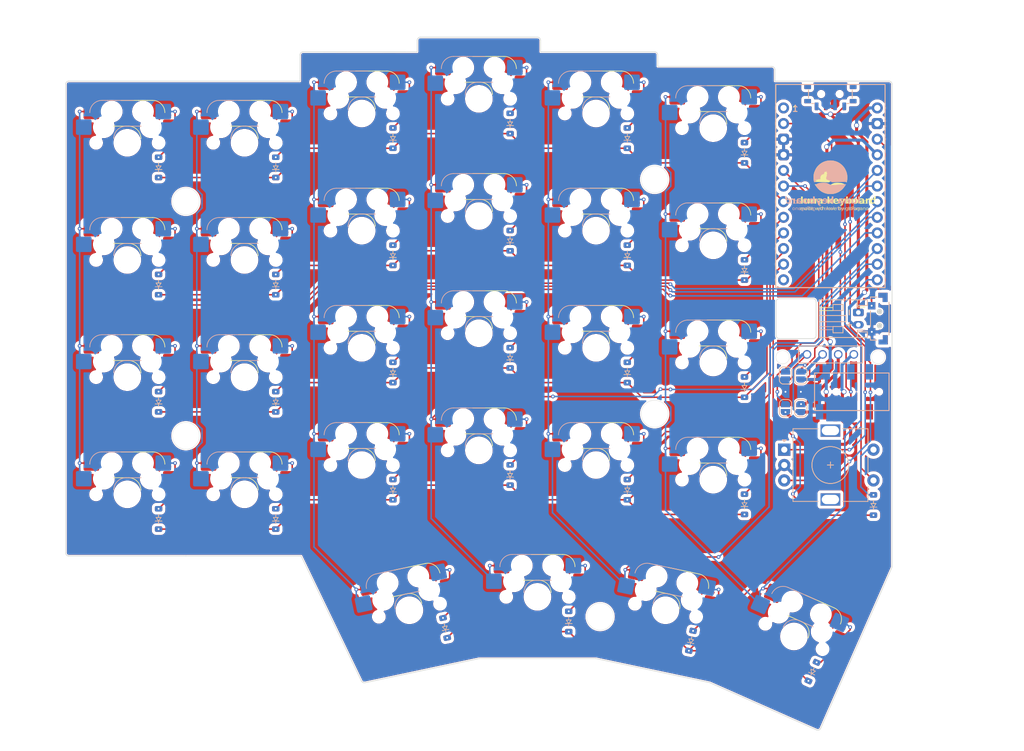
<source format=kicad_pcb>
(kicad_pcb (version 20241229) (generator "pcbnew") (generator_version "9.0")
  (layers (0 "F.Cu" signal) (2 "B.Cu" signal) (13 "F.Paste" user) (15 "B.Paste" user) (5 "F.SilkS" user "F.Silkscreen") (7 "B.SilkS" user "B.Silkscreen") (1 "F.Mask" user) (3 "B.Mask" user) (25 "Edge.Cuts" user))
  (net 0 "")
  (net 1 "row-0")
  (net 2 "Net-(D1-A)")
  (net 3 "Net-(D2-A)")
  (net 4 "Net-(D3-A)")
  (net 5 "Net-(D4-A)")
  (net 6 "Net-(D5-A)")
  (net 7 "Net-(D6-A)")
  (net 8 "row-1")
  (net 9 "Net-(D7-A)")
  (net 10 "Net-(D8-A)")
  (net 11 "Net-(D9-A)")
  (net 12 "Net-(D10-A)")
  (net 13 "Net-(D11-A)")
  (net 14 "Net-(D12-A)")
  (net 15 "Net-(D13-A)")
  (net 16 "row-2")
  (net 17 "Net-(D14-A)")
  (net 18 "Net-(D15-A)")
  (net 19 "Net-(D16-A)")
  (net 20 "Net-(D17-A)")
  (net 21 "Net-(D18-A)")
  (net 22 "row-3")
  (net 23 "Net-(D19-A)")
  (net 24 "Net-(D20-A)")
  (net 25 "Net-(D21-A)")
  (net 26 "Net-(D22-A)")
  (net 27 "Net-(D23-A)")
  (net 28 "Net-(D24-A)")
  (net 29 "row-4")
  (net 30 "Net-(D25-A)")
  (net 31 "Net-(D26-A)")
  (net 32 "Net-(D27-A)")
  (net 33 "Net-(D28-A)")
  (net 34 "col-0")
  (net 35 "col-1")
  (net 36 "col-2")
  (net 37 "col-3")
  (net 38 "col-4")
  (net 39 "col-5")
  (net 40 "Net-(D29-A)")
  (net 41 "data")
  (net 42 "VCC")
  (net 43 "GND")
  (net 44 "B-")
  (net 45 "B+")
  (net 46 "sda")
  (net 47 "sdl")
  (net 48 "enc-b")
  (net 49 "enc-a")
  (net 50 "reset")
  (net 55 "Net-(J3-Pin_4)")
  (net 56 "Net-(J3-Pin_3)")
  (net 57 "Net-(J3-Pin_1)")
  (net 58 "Net-(J3-Pin_2)")
  (footprint "lunalib:SW_Hotswap_Kailh_MX_1.00u" (layer "F.Cu") (at 171.45 107.15625)
    (property "Reference" "SW24" (hide yes))
    (property "Value" "Switch")
  )
  (footprint "lunalib:RotaryEncoder_Alps_EC11E-Switch_Vertical_H20mm" (layer "F.Cu") (at 182.999727 102.274809)
    (property "Reference" "SW29" (hide yes))
    (property "Value" "RotaryEncoder_SW")
  )
  (footprint "lunalib:SW_Hotswap_Kailh_MX_1.00u" (layer "F.Cu") (at 114.3 66.675)
    (property "Reference" "SW9" (hide yes))
    (property "Value" "Switch")
  )
  (footprint "lunalib:SW_Hotswap_Kailh_MX_1.00u" (layer "F.Cu") (at 152.4 85.725)
    (property "Reference" "SW17" (hide yes))
    (property "Value" "Switch")
  )
  (footprint "lunalib:SolderJumper-2_P1.3mm_Open_RoundedPad1.0x1.5mm" (layer "F.Cu") (at 183.195 95.51875 -90)
    (property "Reference" "JP4" (hide yes))
    (property "Value" "Jumper")
  )
  (footprint "lunalib:SW_Hotswap_Kailh_MX_1.25u_90deg" (layer "F.Cu") (at 184.567258 132.641131 -23.879)
    (property "Reference" "SW28" (hide yes))
    (property "Value" "Switch")
  )
  (footprint "lunalib:SW_Hotswap_Kailh_MX_1.00u" (layer "F.Cu") (at 133.35 102.39375)
    (property "Reference" "SW22" (hide yes))
    (property "Value" "Switch")
  )
  (footprint "lunalib:SW_Hotswap_Kailh_MX_1.00u" (layer "F.Cu") (at 163.689526 128.382927 -11.94)
    (property "Reference" "SW27" (hide yes))
    (property "Value" "Switch")
  )
  (footprint "lunalib:SW_Hotswap_Kailh_MX_1.00u" (layer "F.Cu") (at 76.2 52.3875)
    (property "Reference" "SW1" (hide yes))
    (property "Value" "Switch")
  )
  (footprint "lunalib:SW_Hotswap_Kailh_MX_1.00u" (layer "F.Cu") (at 171.45 50.00625)
    (property "Reference" "SW6" (hide yes))
    (property "Value" "Switch")
  )
  (footprint "lunalib:SW_Hotswap_Kailh_MX_1.00u" (layer "F.Cu") (at 95.25 90.4875)
    (property "Reference" "SW14" (hide yes))
    (property "Value" "Switch")
  )
  (footprint "lunalib:SW_Hotswap_Kailh_MX_1.00u" (layer "F.Cu") (at 152.4 104.775)
    (property "Reference" "SW23" (hide yes))
    (property "Value" "Switch")
  )
  (footprint "lunalib:SW_Hotswap_Kailh_MX_1.00u" (layer "F.Cu") (at 152.4 66.675)
    (property "Reference" "SW11" (hide yes))
    (property "Value" "Switch")
  )
  (footprint "lunalib:OLED" (layer "F.Cu") (at 190.5 86.78625)
    (property "Reference" "J3" (hide yes))
    (property "Value" "Conn_Display" (hide yes))
  )
  (footprint "lunalib:SW_Hotswap_Kailh_MX_1.00u" (layer "F.Cu") (at 95.25 71.4375)
    (property "Reference" "SW8" (hide yes))
    (property "Value" "Switch")
  )
  (footprint "lunalib:SuperMini_nRF52840" (layer "F.Cu") (at 190.5 60.69275)
    (property "Reference" "U1" (hide yes))
    (property "Value" "ProMicro")
  )
  (footprint "lunalib:SW_Hotswap_Kailh_MX_1.00u" (layer "F.Cu") (at 114.3 47.625)
    (property "Reference" "SW3" (hide yes))
    (property "Value" "Switch")
  )
  (footprint "lunalib:SolderJumper-2_P1.3mm_Open_RoundedPad1.0x1.5mm" (layer "F.Cu") (at 183.195 90.21875 -90)
    (property "Reference" "JP1" (hide yes))
    (property "Value" "Jumper")
  )
  (footprint "lunalib:SW_Hotswap_Kailh_MX_1.00u" (layer "F.Cu") (at 122.060474 128.382927 11.94)
    (property "Reference" "SW25" (hide yes))
    (property "Value" "Switch")
  )
  (footprint "lunalib:SW_Hotswap_Kailh_MX_1.00u" (layer "F.Cu") (at 171.45 88.10625)
    (property "Reference" "SW18" (hide yes))
    (property "Value" "Switch")
  )
  (footprint "lunalib:SW_Hotswap_Kailh_MX_1.00u" (layer "F.Cu") (at 133.35 45.24375)
    (property "Reference" "SW4" (hide yes))
    (property "Value" "Switch")
  )
  (footprint "lunalib:SolderJumper-2_P1.3mm_Open_RoundedPad1.0x1.5mm" (layer "F.Cu") (at 185.695 95.51875 90)
    (property "Reference" "JP3" (hide yes))
    (property "Value" "Jumper")
  )
  (footprint "lunalib:SW_Hotswap_Kailh_MX_1.00u" (layer "F.Cu") (at 171.45 69.05625)
    (property "Reference" "SW12" (hide yes))
    (property "Value" "Switch")
  )
  (footprint "lunalib:SW_Hotswap_Kailh_MX_1.00u" (layer "F.Cu") (at 95.25 109.5375)
    (property "Reference" "SW20" (hide yes))
    (property "Value" "Switch")
  )
  (footprint "lunalib:SW_Hotswap_Kailh_MX_1.00u" (layer "F.Cu") (at 95.25 52.3875)
    (property "Reference" "SW2" (hide yes))
    (property "Value" "Switch")
  )
  (footprint "lunalib:SW_Hotswap_Kailh_MX_1.00u" (layer "F.Cu") (at 133.35 64.29375)
    (property "Reference" "SW10" (hide yes))
    (property "Value" "Switch")
  )
  (footprint "lunalib:SW_Hotswap_Kailh_MX_1.00u" (layer "F.Cu") (at 152.4 47.625)
    (property "Reference" "SW5" (hide yes))
    (property "Value" "Switch")
  )
  (footprint "lunalib:SW_Hotswap_Kailh_MX_1.00u" (layer "F.Cu") (at 114.3 104.775)
    (property "Reference" "SW21" (hide yes))
    (property "Value" "Switch")
  )
  (footprint "lunalib:SW_Hotswap_Kailh_MX_1.00u" (layer "F.Cu") (at 76.2 90.4875)
    (property "Reference" "SW13" (hide yes))
    (property "Value" "Switch")
  )
  (footprint "lunalib:SW_Hotswap_Kailh_MX_1.00u" (layer "F.Cu") (at 114.3 85.725)
    (property "Reference" "SW15" (hide yes))
    (property "Value" "Switch")
  )
  (footprint "lunalib:SW_Hotswap_Kailh_MX_1.00u" (layer "F.Cu") (at 142.875 126.20625)
    (property "Reference" "SW26" (hide yes))
    (property "Value" "Switch")
  )
  (footprint "lunalib:SW_Hotswap_Kailh_MX_1.00u" (layer "F.Cu") (at 76.2 109.5375)
    (property "Reference" "SW19" (hide yes))
    (property "Value" "Switch")
  )
  (footprint "lunalib:SW_Hotswap_Kailh_MX_1.00u" (layer "F.Cu") (at 133.35 83.34375)
    (property "Reference" "SW16" (hide yes))
    (property "Value" "Switch")
  )
  (footprint "lunalib:SW_Hotswap_Kailh_MX_1.00u" (layer "F.Cu") (at 76.2 71.4375)
    (property "Reference" "SW7" (hide yes))
    (property "Value" "Switch")
  )
  (footprint "lunalib:TRRS-PJ-320D" (layer "F.Cu") (at 200.024758 92.86875 -90)
    (property "Reference" "J1")
    (property "Value" "TRRS-PJ-320D")
  )
  (footprint "lunalib:JST_PH_S2B-PH-K_1x02_P2.00mm_Horizontal" (layer "F.Cu") (at 195.040285 79.97375 -90)
    (property "Reference" "J2" (hide yes))
    (property "Value" "Battery_Socket")
  )
  (footprint "lunalib:SolderJumper-2_P1.3mm_Open_RoundedPad1.0x1.5mm" (layer "F.Cu") (at 185.695 90.21875 -90)
    (property "Reference" "JP2" (hide yes))
    (property "Value" "Jumper")
  )
  (footprint "Library:test3" (layer "F.Cu") (at 190.499872 57.992479)
    (property "Reference" "G***" (hide yes))
    (property "Value" "LOGO" (hide yes))
  )
  (footprint "lunalib:SW_MSK12C02-HB" (layer "F.Cu") (at 190.5 44.46125)
    (property "Reference" "SW31" (hide yes))
    (property "Value" "Battery_Switch")
  )
  (footprint "lunalib:SW-SMD_SHOU_TS36CA-0.6" (layer "F.Cu") (at 198.138144 80.97375 90)
    (property "Reference" "SW30" (hide yes))
    (property "Value" "Reset_Button")
    (fp_poly (pts (xy 1.59615 0.303763) (xy 1.565746 0.190292) (xy 1.507009 0.088557) (xy 1.423943 0.005491) (xy 1.322208 -0.053246) (xy 1.208737 -0.08365) (xy 1.091263 -0.08365) (xy 0.977792 -0.053246) (xy 0.876057 0.005491) (xy 0.792991 0.088557) (xy 0.734254 0.190292) (xy 0.70385 0.303763) (xy 0.70385 0.421237) (xy 0.734254 0.534708) (xy 0.792991 0.636443) (xy 0.876057 0.719509) (xy 0.977792 0.778246) (xy 1.091263 0.80865) (xy 1.208737 0.80865) (xy 1.322208 0.778246) (xy 1.423943 0.719509) (xy 1.507009 0.636443) (xy 1.565746 0.534708) (xy 1.59615 0.421237)) (fill yes) (layer "Edge.Cuts"))
    (fp_poly (pts (xy -0.70385 0.303763) (xy -0.734254 0.190292) (xy -0.792991 0.088557) (xy -0.876057 0.005491) (xy -0.977792 -0.053246) (xy -1.091263 -0.08365) (xy -1.208737 -0.08365) (xy -1.322208 -0.053246) (xy -1.423943 0.005491) (xy -1.507009 0.088557) (xy -1.565746 0.190292) (xy -1.59615 0.303763) (xy -1.59615 0.421237) (xy -1.565746 0.534708) (xy -1.507009 0.636443) (xy -1.423943 0.719509) (xy -1.322208 0.778246) (xy -1.208737 0.80865) (xy -1.091263 0.80865) (xy -0.977792 0.778246) (xy -0.876057 0.719509) (xy -0.792991 0.636443) (xy -0.734254 0.534708) (xy -0.70385 0.421237)) (fill yes) (layer "Edge.Cuts"))
  )
  (footprint "lunalib:D_SOD-123" (layer "B.Cu") (at 81.28 113.5375 90)
    (property "Reference" "D19" (hide yes))
    (property "Value" "Diode")
  )
  (footprint "lunalib:D_SOD-123" (layer "B.Cu") (at 176.53 92.10625 90)
    (property "Reference" "D18" (hide yes))
    (property "Value" "Diode")
  )
  (footprint "lunalib:D_SOD-123" (layer "B.Cu") (at 138.43 106.39375 90)
    (property "Reference" "D22" (hide yes))
    (property "Value" "Diode")
  )
  (footprint "lunalib:D_SOD-123" (layer "B.Cu") (at 138.43 68.29375 90)
    (property "Reference" "D10" (hide yes))
    (property "Value" "Diode")
  )
  (footprint "lunalib:D_SOD-123" (layer "B.Cu") (at 187.593132 138.355129 66.12)
    (property "Reference" "D28" (hide yes))
    (property "Value" "Diode")
  )
  (footprint "lunalib:D_SOD-123" (layer "B.Cu") (at 81.28 94.4875 90)
    (property "Reference" "D13" (hide yes))
    (property "Value" "Diode")
  )
  (footprint "lunalib:SolderJumper-2_P1.3mm_Open_RoundedPad1.0x1.5mm" (layer "B.Cu") (at 183.195 95.51875 -90)
    (property "Reference" "JP8" (hide yes))
    (property "Value" "Jumper")
  )
  (footprint "lunalib:D_SOD-123" (layer "B.Cu") (at 127.858116 131.245399 101.94)
    (property "Reference" "D25" (hide yes))
    (property "Value" "Diode")
  )
  (footprint "lunalib:D_SOD-123" (layer "B.Cu") (at 119.38 70.675 90)
    (property "Reference" "D9" (hide yes))
    (property "Value" "Diode")
  )
  (footprint "lunalib:D_SOD-123" (layer "B.Cu") (at 157.48 89.725 90)
    (property "Reference" "D17" (hide yes))
    (property "Value" "Diode")
  )
  (footprint "lunalib:D_SOD-123" (layer "B.Cu") (at 100.33 75.4375 90)
    (property "Reference" "D8" (hide yes))
    (property "Value" "Diode")
  )
  (footprint "lunalib:D_SOD-123" (layer "B.Cu") (at 100.33 113.5375 90)
    (property "Reference" "D20" (hide yes))
    (property "Value" "Diode")
  )
  (footprint "lunalib:D_SOD-123" (layer "B.Cu") (at 119.38 51.625 90)
    (property "Reference" "D3" (hide yes))
    (property "Value" "Diode")
  )
  (footprint "lunalib:D_SOD-123" (layer "B.Cu") (at 81.28 75.4375 90)
    (property "Reference" "D7" (hide yes))
    (property "Value" "Diode")
  )
  (footprint "lunalib:D_SOD-123" (layer "B.Cu") (at 157.48 108.775 90)
    (property "Reference" "D23" (hide yes))
    (property "Value" "Diode")
  )
  (footprint "lunalib:D_SOD-123" (layer "B.Cu") (at 176.53 111.15625 90)
    (property "Reference" "D24" (hide yes))
    (property "Value" "Diode")
  )
  (footprint "lunalib:SolderJumper-2_P1.3mm_Open_RoundedPad1.0x1.5mm" (layer "B.Cu") (at 185.695 90.21875 90)
    (property "Reference" "JP6" (hide yes))
    (property "Value" "Jumper")
  )
  (footprint "lunalib:D_SOD-123" (layer "B.Cu") (at 167.83207 133.347373 78.06)
    (property "Reference" "D27" (hide yes))
    (property "Value" "Diode")
  )
  (footprint "lunalib:D_SOD-123" (layer "B.Cu") (at 119.38 108.775 90)
    (property "Reference" "D21" (hide yes))
    (property "Value" "Diode")
  )
  (footprint "Library:test3" (layer "B.Cu") (at 190.505859 57.983007 180)
    (property "Reference" "G***" (hide yes))
    (property "Value" "LOGO" (hide yes))
  )
  (footprint "lunalib:D_SOD-123" (layer "B.Cu") (at 176.53 54.00625 90)
    (property "Reference" "D6" (hide yes))
    (property "Value" "Diode")
  )
  (footprint "lunalib:D_SOD-123" (layer "B.Cu") (at 197.499727 111.274809 90)
    (property "Reference" "D29" (hide yes))
    (property "Value" "Diode")
  )
  (footprint "lunalib:D_SOD-123" (layer "B.Cu") (at 100.33 56.3875 90)
    (property "Reference" "D2" (hide yes))
    (property "Value" "Diode")
  )
  (footprint "lunalib:SolderJumper-2_P1.3mm_Open_RoundedPad1.0x1.5mm" (layer "B.Cu") (at 183.195 90.21875 90)
    (property "Reference" "JP5" (hide yes))
    (property "Value" "Jumper")
  )
  (footprint "lunalib:D_SOD-123" (layer "B.Cu") (at 138.43 49.24375 90)
    (property "Reference" "D4" (hide yes))
    (property "Value" "Diode")
  )
  (footprint "lunalib:D_SOD-123" (layer "B.Cu") (at 81.28 56.3875 90)
    (property "Reference" "D1" (hide yes))
    (property "Value" "Diode")
  )
  (footprint "lunalib:D_SOD-123" (layer "B.Cu") (at 100.33 94.4875 90)
    (property "Reference" "D14" (hide yes))
    (property "Value" "Diode")
  )
  (footprint "lunalib:D_SOD-123" (layer "B.Cu") (at 176.53 73.05625 90)
    (property "Reference" "D12" (hide yes))
    (property "Value" "Diode")
  )
  (footprint "lunalib:D_SOD-123" (layer "B.Cu") (at 147.955 130.20625 90)
    (property "Reference" "D26" (hide yes))
    (property "Value" "Diode")
  )
  (footprint "lunalib:D_SOD-123" (layer "B.Cu") (at 157.48 70.675 90)
    (property "Reference" "D11" (hide yes))
    (property "Value" "Diode")
  )
  (footprint "lunalib:SolderJumper-2_P1.3mm_Open_RoundedPad1.0x1.5mm" (layer "B.Cu") (at 185.695 95.51875 90)
    (property "Reference" "JP7" (hide yes))
    (property "Value" "Jumper")
  )
  (footprint "lunalib:D_SOD-123" (layer "B.Cu") (at 138.43 87.34375 90)
    (property "Reference" "D16" (hide yes))
    (property "Value" "Diode")
  )
  (footprint "lunalib:D_SOD-123" (layer "B.Cu") (at 119.38 89.725 90)
    (property "Reference" "D15" (hide yes))
    (property "Value" "Diode")
  )
  (footprint "lunalib:D_SOD-123" (layer "B.Cu") (at 157.48 51.625 90)
    (property "Reference" "D5" (hide yes))
    (property "Value" "Diode")
  )
  (gr_line (start 104.275 42.365438) (end 66.675 42.3625) (stroke (width 0.1)) (layer "Edge.Cuts"))
  (gr_line (start 170.884666 140.151083) (end 188.254802 147.841214) (stroke (width 0.1)) (layer "Edge.Cuts"))
  (gr_arc (start 200.025 42.3625) (mid 200.378553 42.508947) (end 200.525 42.8625) (stroke (width 0.1)) (layer "Edge.Cuts"))
  (gr_arc (start 161.925 37.6) (mid 162.278553 37.746447) (end 162.425 38.1) (stroke (width 0.1)) (layer "Edge.Cuts"))
  (gr_circle (center 161.925 58.34075) (end 164.125 58.34075) (stroke (width 0.05)) (fill no) (layer "Edge.Cuts"))
  (gr_line (start 114.815595 140.161634) (end 133.402329 136.231241) (stroke (width 0.1)) (layer "Edge.Cuts"))
  (gr_arc (start 180.975 39.98125) (mid 181.328553 40.127697) (end 181.475 40.48125) (stroke (width 0.1)) (layer "Edge.Cuts"))
  (gr_line (start 123.325 37.610612) (end 104.775 37.6) (stroke (width 0.1)) (layer "Edge.Cuts"))
  (gr_arc (start 200.524601 121.230751) (mid 200.517033 121.345211) (end 200.483588 121.454938) (stroke (width 0.1)) (layer "Edge.Cuts"))
  (gr_circle (center 182.7375 87.23625) (end 183.8375 87.23625) (stroke (width 0.05)) (fill no) (layer "Edge.Cuts"))
  (gr_circle (center 85.725 61.9125) (end 87.925 61.9125) (stroke (width 0.05)) (fill no) (layer "Edge.Cuts"))
  (gr_line (start 181.475 40.48125) (end 181.475 42.3625) (stroke (width 0.1)) (layer "Edge.Cuts"))
  (gr_arc (start 66.675 119.5625) (mid 66.321447 119.416053) (end 66.175 119.0625) (stroke (width 0.1)) (layer "Edge.Cuts"))
  (gr_arc (start 187.679627 77.723377) (mid 188.033444 77.869933) (end 188.18 78.22375) (stroke (width 0.1)) (layer "Edge.Cuts"))
  (gr_line (start 188.180051 83.72375) (end 188.18 78.22375) (stroke (width 0.1)) (layer "Edge.Cuts"))
  (gr_line (start 114.267013 139.899989) (end 104.460901 119.56292) (stroke (width 0.1)) (layer "Edge.Cuts"))
  (gr_line (start 123.325 35.71875) (end 123.325 37.610612) (stroke (width 0.1)) (layer "Edge.Cuts"))
  (gr_circle (center 198.2625 87.23625) (end 199.3625 87.23625) (stroke (width 0.05)) (fill no) (layer "Edge.Cuts"))
  (gr_line (start 143.375 35.71875) (end 143.375 37.6) (stroke (width 0.1)) (layer "Edge.Cuts"))
  (gr_arc (start 114.815595 140.161635) (mid 114.497022 140.123806) (end 114.267013 139.900163) (stroke (width 0.1)) (layer "Edge.Cuts"))
  (gr_line (start 187.679627 84.22375) (end 182.180051 84.22375) (stroke (width 0.1)) (layer "Edge.Cuts"))
  (gr_line (start 66.675 119.5625) (end 85.725 119.5625) (stroke (width 0.1)) (layer "Edge.Cuts"))
  (gr_arc (start 104.275 38.1) (mid 104.421447 37.746447) (end 104.775 37.6) (stroke (width 0.1)) (layer "Edge.Cuts"))
  (gr_line (start 162.425 39.98125) (end 180.975 39.98125) (stroke (width 0.1)) (layer "Edge.Cuts"))
  (gr_line (start 162.425 38.1) (end 162.425 39.98125) (stroke (width 0.1)) (layer "Edge.Cuts"))
  (gr_line (start 123.825 35.21875) (end 142.875 35.21875) (stroke (width 0.1)) (layer "Edge.Cuts"))
  (gr_arc (start 66.175 42.8625) (mid 66.321447 42.508947) (end 66.675 42.3625) (stroke (width 0.1)) (layer "Edge.Cuts"))
  (gr_circle (center 161.925 96.44075) (end 164.125 96.44075) (stroke (width 0.05)) (fill no) (layer "Edge.Cuts"))
  (gr_arc (start 182.180051 84.22375) (mid 181.826498 84.077303) (end 181.680051 83.72375) (stroke (width 0.1)) (layer "Edge.Cuts"))
  (gr_arc (start 142.875 35.21875) (mid 143.228553 35.365197) (end 143.375 35.71875) (stroke (width 0.1)) (layer "Edge.Cuts"))
  (gr_line (start 152.347672 136.231241) (end 170.884666 140.151083) (stroke (width 0.1)) (layer "Edge.Cuts"))
  (gr_line (start 188.914411 147.586427) (end 200.482266 121.457458) (stroke (width 0.1)) (layer "Edge.Cuts"))
  (gr_line (start 200.525 42.8625) (end 200.525 121.22375) (stroke (width 0.1)) (layer "Edge.Cuts"))
  (gr_line (start 187.679627 77.72375) (end 182.180051 77.72375) (stroke (width 0.1)) (layer "Edge.Cuts"))
  (gr_line (start 143.375 37.6) (end 161.925 37.6) (stroke (width 0.1)) (layer "Edge.Cuts"))
  (gr_line (start 152.347672 136.231241) (end 133.402329 136.231241) (stroke (width 0.1)) (layer "Edge.Cuts"))
  (gr_line (start 181.680051 83.72375) (end 181.680051 78.22375) (stroke (width 0.1)) (layer "Edge.Cuts"))
  (gr_line (start 85.724845 119.56292) (end 104.460901 119.56292) (stroke (width 0.1)) (layer "Edge.Cuts"))
  (gr_arc (start 188.180051 83.72375) (mid 188.03348 84.077603) (end 187.679627 84.224174) (stroke (width 0.1)) (layer "Edge.Cuts"))
  (gr_line (start 181.475 42.3625) (end 200.025 42.3625) (stroke (width 0.1)) (layer "Edge.Cuts"))
  (gr_line (start 66.175 42.8625) (end 66.175 119.0625) (stroke (width 0.1)) (layer "Edge.Cuts"))
  (gr_line (start 104.275 38.1) (end 104.275 42.365438) (stroke (width 0.1)) (layer "Edge.Cuts"))
  (gr_arc (start 123.325 35.71875) (mid 123.471447 35.365197) (end 123.825 35.21875) (stroke (width 0.1)) (layer "Edge.Cuts"))
  (gr_circle (center 85.725 100.0125) (end 87.925 100.0125) (stroke (width 0.05)) (fill no) (layer "Edge.Cuts"))
  (gr_arc (start 188.914411 147.586427) (mid 188.637375 147.85043) (end 188.254802 147.841214) (stroke (width 0.1)) (layer "Edge.Cuts"))
  (gr_arc (start 181.680051 78.22375) (mid 181.826498 77.870197) (end 182.180051 77.72375) (stroke (width 0.1)) (layer "Edge.Cuts"))
  (gr_circle (center 153.06046 129.41569) (end 155.26046 129.41569) (stroke (width 0.05)) (fill no) (layer "Edge.Cuts"))
  (gr_text "v0.1" (at 195.45 62.381521 0) (layer "F.SilkS") (effects (font (size 0.55 0.55) (thickness 0.015)) (justify left bottom)))
  (gr_text "luna keyboard" (at 185.602199 62.476229 0) (layer "F.SilkS") (effects (font (size 1.1 1.1) (thickness 0.1)) (justify left bottom)))
  (gr_text "made with love by gbPagano" (at 185.572377 63.426229 0) (layer "F.SilkS") (effects (font (size 0.55 0.55) (thickness 0.1)) (justify left bottom)))
  (gr_text "luna keyboard" (at 195.403532 62.466757 -0) (layer "B.SilkS") (effects (font (size 1.1 1.1) (thickness 0.1)) (justify left bottom mirror)))
  (gr_text "v0.1" (at 185.555731 62.372049 -0) (layer "B.SilkS") (effects (font (size 0.55 0.55) (thickness 0.015)) (justify left bottom mirror)))
  (gr_text "made with love by gbPagano" (at 195.433354 63.416757 -0) (layer "B.SilkS") (effects (font (size 0.55 0.55) (thickness 0.1)) (justify left bottom mirror)))
  (segment (start 121.76125 50.89375) (end 138.43 50.89375) (width 0.25) (layer "F.Cu") (net 1))
  (segment (start 157.48 53.275) (end 159.86125 55.65625) (width 0.25) (layer "F.Cu") (net 1))
  (segment (start 100.45625 58.0375) (end 105.21875 53.275) (width 0.25) (layer "F.Cu") (net 1))
  (segment (start 159.86125 55.65625) (end 176.53 55.65625) (width 0.25) (layer "F.Cu") (net 1))
  (segment (start 140.81125 53.275) (end 157.48 53.275) (width 0.25) (layer "F.Cu") (net 1))
  (segment (start 176.5735 55.65625) (end 182.88 61.96275) (width 0.25) (layer "F.Cu") (net 1))
  (segment (start 176.53 55.65625) (end 176.5735 55.65625) (width 0.25) (layer "F.Cu") (net 1))
  (segment (start 119.38 53.275) (end 121.76125 50.89375) (width 0.25) (layer "F.Cu") (net 1))
  (segment (start 81.28 58.0375) (end 100.33 58.0375) (width 0.25) (layer "F.Cu") (net 1))
  (segment (start 138.43 50.89375) (end 140.81125 53.275) (width 0.25) (layer "F.Cu") (net 1))
  (segment (start 105.21875 53.275) (end 119.38 53.275) (width 0.25) (layer "F.Cu") (net 1))
  (segment (start 83.9545 49.178) (end 83.9545 47.3075) (width 0.25) (layer "F.Cu") (net 2))
  (segment (start 83.285 52.7325) (end 83.285 49.8475) (width 0.25) (layer "F.Cu") (net 2))
  (segment (start 83.285 49.8475) (end 83.9545 49.178) (width 0.25) (layer "F.Cu") (net 2))
  (segment (start 81.28 54.7375) (end 83.285 52.7325) (width 0.25) (layer "F.Cu") (net 2))
  (via (at 83.9545 47.3075) (size 0.6) (drill 0.3) (layers "F.Cu" "B.Cu") (net 2))
  (segment (start 82.042 47.3075) (end 83.9545 47.3075) (width 0.25) (layer "B.Cu") (net 2))
  (segment (start 102.335 49.8475) (end 103.0045 49.178) (width 0.25) (layer "F.Cu") (net 3))
  (segment (start 103.0045 49.178) (end 103.0045 47.3075) (width 0.25) (layer "F.Cu") (net 3))
  (segment (start 100.33 54.7375) (end 102.335 52.7325) (width 0.25) (layer "F.Cu") (net 3))
  (segment (start 102.335 52.7325) (end 102.335 49.8475) (width 0.25) (layer "F.Cu") (net 3))
  (via (at 103.0045 47.3075) (size 0.6) (drill 0.3) (layers "F.Cu" "B.Cu") (net 3))
  (segment (start 101.092 47.3075) (end 103.0045 47.3075) (width 0.25) (layer "B.Cu") (net 3))
  (segment (start 121.385 45.085) (end 122.0545 44.4155) (width 0.25) (layer "F.Cu") (net 4))
  (segment (start 121.385 47.97) (end 121.385 45.085) (width 0.25) (layer "F.Cu") (net 4))
  (segment (start 119.38 49.975) (end 121.385 47.97) (width 0.25) (layer "F.Cu") (net 4))
  (segment (start 122.0545 44.4155) (end 122.0545 42.545) (width 0.25) (layer "F.Cu") (net 4))
  (via (at 122.0545 42.545) (size 0.6) (drill 0.3) (layers "F.Cu" "B.Cu") (net 4))
  (segment (start 120.142 42.545) (end 122.0545 42.545) (width 0.25) (layer "B.Cu") (net 4))
  (segment (start 140.435 42.70375) (end 141.1045 42.03425) (width 0.25) (layer "F.Cu") (net 5))
  (segment (start 138.43 47.59375) (end 140.435 45.58875) (width 0.25) (layer "F.Cu") (net 5))
  (segment (start 141.1045 42.03425) (end 141.1045 40.16375) (width 0.25) (layer "F.Cu") (net 5))
  (segment (start 140.435 45.58875) (end 140.435 42.70375) (width 0.25) (layer "F.Cu") (net 5))
  (via (at 141.1045 40.16375) (size 0.6) (drill 0.3) (layers "F.Cu" "B.Cu") (net 5))
  (segment (start 139.192 40.16375) (end 141.1045 40.16375) (width 0.25) (layer "B.Cu") (net 5))
  (segment (start 159.485 45.085) (end 160.1545 44.4155) (width 0.25) (layer "F.Cu") (net 6))
  (segment (start 157.48 49.975) (end 159.485 47.97) (width 0.25) (layer "F.Cu") (net 6))
  (segment (start 160.1545 44.4155) (end 160.1545 42.545) (width 0.25) (layer "F.Cu") (net 6))
  (segment (start 159.485 47.97) (end 159.485 45.085) (width 0.25) (layer "F.Cu") (net 6))
  (via (at 160.1545 42.545) (size 0.6) (drill 0.3) (layers "F.Cu" "B.Cu") (net 6))
  (segment (start 158.242 42.545) (end 160.1545 42.545) (width 0.25) (layer "B.Cu") (net 6))
  (segment (start 176.53 52.35625) (end 178.535 50.35125) (width 0.25) (layer "F.Cu") (net 7))
  (segment (start 178.535 50.35125) (end 178.535 47.46625) (width 0.25) (layer "F.Cu") (net 7))
  (segment (start 178.535 47.46625) (end 179.2045 46.79675) (width 0.25) (layer "F.Cu") (net 7))
  (segment (start 179.2045 46.79675) (end 179.2045 44.92625) (width 0.25) (layer "F.Cu") (net 7))
  (via (at 179.2045 44.92625) (size 0.6) (drill 0.3) (layers "F.Cu" "B.Cu") (net 7))
  (segment (start 177.292 44.92625) (end 179.2045 44.92625) (width 0.25) (layer "B.Cu") (net 7))
  (segment (start 105.0925 72.325) (end 119.38 72.325) (width 0.25) (layer "F.Cu") (net 8))
  (segment (start 176.8575 74.70625) (end 176.53 74.70625) (width 0.25) (layer "F.Cu") (net 8))
  (segment (start 138.43 69.94375) (end 140.81125 72.325) (width 0.25) (layer "F.Cu") (net 8))
  (segment (start 159.86125 74.70625) (end 176.53 74.70625) (width 0.25) (layer "F.Cu") (net 8))
  (segment (start 121.76125 69.94375) (end 138.43 69.94375) (width 0.25) (layer "F.Cu") (net 8))
  (segment (start 140.81125 72.325) (end 157.48 72.325) (width 0.25) (layer "F.Cu") (net 8))
  (segment (start 119.38 72.325) (end 121.76125 69.94375) (width 0.25) (layer "F.Cu") (net 8))
  (segment (start 81.28 77.0875) (end 100.33 77.0875) (width 0.25) (layer "F.Cu") (net 8))
  (segment (start 180.55 71.01375) (end 176.8575 74.70625) (width 0.25) (layer "F.Cu") (net 8))
  (segment (start 180.55 66.83275) (end 180.55 71.01375) (width 0.25) (layer "F.Cu") (net 8))
  (segment (start 100.33 77.0875) (end 105.0925 72.325) (width 0.25) (layer "F.Cu") (net 8))
  (segment (start 182.88 64.50275) (end 180.55 66.83275) (width 0.25) (layer "F.Cu") (net 8))
  (segment (start 157.48 72.325) (end 159.86125 74.70625) (width 0.25) (layer "F.Cu") (net 8))
  (segment (start 83.285 68.8975) (end 83.9545 68.228) (width 0.25) (layer "F.Cu") (net 9))
  (segment (start 83.9545 68.228) (end 83.9545 66.3575) (width 0.25) (layer "F.Cu") (net 9))
  (segment (start 81.28 73.7875) (end 83.285 71.7825) (width 0.25) (layer "F.Cu") (net 9))
  (segment (start 83.285 71.7825) (end 83.285 68.8975) (width 0.25) (layer "F.Cu") (net 9))
  (via (at 83.9545 66.3575) (size 0.6) (drill 0.3) (layers "F.Cu" "B.Cu") (net 9))
  (segment (start 82.042 66.3575) (end 83.9545 66.3575) (width 0.25) (layer "B.Cu") (net 9))
  (segment (start 103.0045 68.228) (end 103.0045 66.3575) (width 0.25) (layer "F.Cu") (net 10))
  (segment (start 102.335 71.7825) (end 102.335 68.8975) (width 0.25) (layer "F.Cu") (net 10))
  (segment (start 100.33 73.7875) (end 102.335 71.7825) (width 0.25) (layer "F.Cu") (net 10))
  (segment (start 102.335 68.8975) (end 103.0045 68.228) (width 0.25) (layer "F.Cu") (net 10))
  (via (at 103.0045 66.3575) (size 0.6) (drill 0.3) (layers "F.Cu" "B.Cu") (net 10))
  (segment (start 101.092 66.3575) (end 103.0045 66.3575) (width 0.25) (layer "B.Cu") (net 10))
  (segment (start 121.385 64.135) (end 122.0545 63.4655) (width 0.25) (layer "F.Cu") (net 11))
  (segment (start 121.385 67.02) (end 121.385 64.135) (width 0.25) (layer "F.Cu") (net 11))
  (segment (start 119.38 69.025) (end 121.385 67.02) (width 0.25) (layer "F.Cu") (net 11))
  (segment (start 122.0545 63.4655) (end 122.0545 61.595) (width 0.25) (layer "F.Cu") (net 11))
  (via (at 122.0545 61.595) (size 0.6) (drill 0.3) (layers "F.Cu" "B.Cu") (net 11))
  (segment (start 120.142 61.595) (end 122.0545 61.595) (width 0.25) (layer "B.Cu") (net 11))
  (segment (start 140.435 61.75375) (end 141.1045 61.08425) (width 0.25) (layer "F.Cu") (net 12))
  (segment (start 141.1045 61.08425) (end 141.1045 59.21375) (width 0.25) (layer "F.Cu") (net 12))
  (segment (start 138.43 66.64375) (end 140.435 64.63875) (width 0.25) (layer "F.Cu") (net 12))
  (segment (start 140.435 64.63875) (end 140.435 61.75375) (width 0.25) (layer "F.Cu") (net 12))
  (via (at 141.1045 59.21375) (size 0.6) (drill 0.3) (layers "F.Cu" "B.Cu") (net 12))
  (segment (start 139.192 59.21375) (end 141.1045 59.21375) (width 0.25) (layer "B.Cu") (net 12))
  (segment (start 157.48 69.025) (end 159.485 67.02) (width 0.25) (layer "F.Cu") (net 13))
  (segment (start 159.485 67.02) (end 159.485 64.135) (width 0.25) (layer "F.Cu") (net 13))
  (segment (start 159.485 64.135) (end 160.1545 63.4655) (width 0.25) (layer "F.Cu") (net 13))
  (segment (start 160.1545 63.4655) (end 160.1545 61.595) (width 0.25) (layer "F.Cu") (net 13))
  (via (at 160.1545 61.595) (size 0.6) (drill 0.3) (layers "F.Cu" "B.Cu") (net 13))
  (segment (start 158.242 61.595) (end 160.1545 61.595) (width 0.25) (layer "B.Cu") (net 13))
  (segment (start 179.2045 65.84675) (end 179.2045 63.97625) (width 0.25) (layer "F.Cu") (net 14))
  (segment (start 178.535 69.40125) (end 178.535 66.51625) (width 0.25) (layer "F.Cu") (net 14))
  (segment (start 176.53 71.40625) (end 178.535 69.40125) (width 0.25) (layer "F.Cu") (net 14))
  (segment (start 178.535 66.51625) (end 179.2045 65.84675) (width 0.25) (layer "F.Cu") (net 14))
  (via (at 179.2045 63.97625) (size 0.6) (drill 0.3) (layers "F.Cu" "B.Cu") (net 14))
  (segment (start 177.292 63.97625) (end 179.2045 63.97625) (width 0.25) (layer "B.Cu") (net 14))
  (segment (start 83.285 87.9475) (end 83.9545 87.278) (width 0.25) (layer "F.Cu") (net 15))
  (segment (start 81.28 92.8375) (end 83.285 90.8325) (width 0.25) (layer "F.Cu") (net 15))
  (segment (start 83.9545 87.278) (end 83.9545 85.4075) (width 0.25) (layer "F.Cu") (net 15))
  (segment (start 83.285 90.8325) (end 83.285 87.9475) (width 0.25) (layer "F.Cu") (net 15))
  (via (at 83.9545 85.4075) (size 0.6) (drill 0.3) (layers "F.Cu" "B.Cu") (net 15))
  (segment (start 82.042 85.4075) (end 83.9545 85.4075) (width 0.25) (layer "B.Cu") (net 15))
  (segment (start 105.0925 91.375) (end 119.38 91.375) (width 0.25) (layer "F.Cu") (net 16))
  (segment (start 159.86125 93.75625) (end 176.53 93.75625) (width 0.25) (layer "F.Cu") (net 16))
  (segment (start 181.051 68.87175) (end 182.88 67.04275) (width 0.25) (layer "F.Cu") (net 16))
  (segment (start 181.051 71.26275) (end 181.051 68.87175) (width 0.25) (layer "F.Cu") (net 16))
  (segment (start 157.48 91.375) (end 159.86125 93.75625) (width 0.25) (layer "F.Cu") (net 16))
  (segment (start 81.28 96.1375) (end 100.33 96.1375) (width 0.25) (layer "F.Cu") (net 16))
  (segment (start 180.189711 72.124038) (end 181.051 71.26275) (width 0.25) (layer "F.Cu") (net 16))
  (segment (start 176.53 93.75625) (end 180.189711 90.096539) (width 0.25) (layer "F.Cu") (net 16))
  (segment (start 138.43 88.99375) (end 140.81125 91.375) (width 0.25) (layer "F.Cu") (net 16))
  (segment (start 119.38 91.375) (end 121.76125 88.99375) (width 0.25) (layer "F.Cu") (net 16))
  (segment (start 121.76125 88.99375) (end 138.43 88.99375) (width 0.25) (layer "F.Cu") (net 16))
  (segment (start 180.189711 90.096539) (end 180.189711 72.124038) (width 0.25) (layer "F.Cu") (net 16))
  (segment (start 100.33 96.1375) (end 105.0925 91.375) (width 0.25) (layer "F.Cu") (net 16))
  (segment (start 140.81125 91.375) (end 157.48 91.375) (width 0.25) (layer "F.Cu") (net 16))
  (segment (start 103.0045 87.278) (end 103.0045 85.4075) (width 0.25) (layer "F.Cu") (net 17))
  (segment (start 100.33 92.8375) (end 102.335 90.8325) (width 0.25) (layer "F.Cu") (net 17))
  (segment (start 102.335 87.9475) (end 103.0045 87.278) (width 0.25) (layer "F.Cu") (net 17))
  (segment (start 102.335 90.8325) (end 102.335 87.9475) (width 0.25) (layer "F.Cu") (net 17))
  (via (at 103.0045 85.4075) (size 0.6) (drill 0.3) (layers "F.Cu" "B.Cu") (net 17))
  (segment (start 101.092 85.4075) (end 103.0045 85.4075) (width 0.25) (layer "B.Cu") (net 17))
  (segment (start 122.0545 82.5155) (end 122.0545 80.645) (width 0.25) (layer "F.Cu") (net 18))
  (segment (start 121.385 83.185) (end 122.0545 82.5155) (width 0.25) (layer "F.Cu") (net 18))
  (segment (start 119.38 88.075) (end 121.385 86.07) (width 0.25) (layer "F.Cu") (net 18))
  (segment (start 121.385 86.07) (end 121.385 83.185) (width 0.25) (layer "F.Cu") (net 18))
  (via (at 122.0545 80.645) (size 0.6) (drill 0.3) (layers "F.Cu" "B.Cu") (net 18))
  (segment (start 120.142 80.645) (end 122.0545 80.645) (width 0.25) (layer "B.Cu") (net 18))
  (segment (start 141.1045 80.13425) (end 141.1045 78.26375) (width 0.25) (layer "F.Cu") (net 19))
  (segment (start 140.435 80.80375) (end 141.1045 80.13425) (width 0.25) (layer "F.Cu") (net 19))
  (segment (start 140.435 83.68875) (end 140.435 80.80375) (width 0.25) (layer "F.Cu") (net 19))
  (segment (start 138.43 85.69375) (end 140.435 83.68875) (width 0.25) (layer "F.Cu") (net 19))
  (via (at 141.1045 78.26375) (size 0.6) (drill 0.3) (layers "F.Cu" "B.Cu") (net 19))
  (segment (start 139.192 78.26375) (end 141.1045 78.26375) (width 0.25) (layer "B.Cu") (net 19))
  (segment (start 160.1545 82.5155) (end 160.1545 80.645) (width 0.25) (layer "F.Cu") (net 20))
  (segment (start 157.48 88.075) (end 159.485 86.07) (width 0.25) (layer "F.Cu") (net 20))
  (segment (start 159.485 83.185) (end 160.1545 82.5155) (width 0.25) (layer "F.Cu") (net 20))
  (segment (start 159.485 86.07) (end 159.485 83.185) (width 0.25) (layer "F.Cu") (net 20))
  (via (at 160.1545 80.645) (size 0.6) (drill 0.3) (layers "F.Cu" "B.Cu") (net 20))
  (segment (start 158.242 80.645) (end 160.1545 80.645) (width 0.25) (layer "B.Cu") (net 20))
  (segment (start 176.53 90.45625) (end 178.535 88.45125) (width 0.25) (layer "F.Cu") (net 21))
  (segment (start 179.2045 84.89675) (end 179.2045 83.02625) (width 0.25) (layer "F.Cu") (net 21))
  (segment (start 178.535 88.45125) (end 178.535 85.56625) (width 0.25) (layer "F.Cu") (net 21))
  (segment (start 178.535 85.56625) (end 179.2045 84.89675) (width 0.25) (layer "F.Cu") (net 21))
  (via (at 179.2045 83.02625) (size 0.6) (drill 0.3) (layers "F.Cu" "B.Cu") (net 21))
  (segment (start 177.292 83.02625) (end 179.2045 83.02625) (width 0.25) (layer "B.Cu") (net 21))
  (segment (start 157.48 110.425) (end 159.86125 112.80625) (width 0.25) (layer "F.Cu") (net 22))
  (segment (start 180.690711 93.103039) (end 180.690711 90.13375) (width 0.25) (layer "F.Cu") (net 22))
  (segment (start 182.88 69.58275) (end 182.88 70.142271) (width 0.25) (layer "F.Cu") (net 22))
  (segment (start 105.0925 110.425) (end 119.38 110.425) (width 0.25) (layer "F.Cu") (net 22))
  (segment (start 138.43 108.04375) (end 140.81125 110.425) (width 0.25) (layer "F.Cu") (net 22))
  (segment (start 180.690711 90.304059) (end 180.690711 72.331559) (width 0.25) (layer "F.Cu") (net 22))
  (segment (start 157.48 110.425) (end 157.70875 110.425) (width 0.25) (layer "F.Cu") (net 22))
  (segment (start 161.9 106.23375) (end 161.9 101.23375) (width 0.25) (layer "F.Cu") (net 22))
  (segment (start 140.81125 110.425) (end 157.48 110.425) (width 0.25) (layer "F.Cu") (net 22))
  (segment (start 180.690711 72.331559) (end 180.89926 72.12301) (width 0.25) (layer "F.Cu") (net 22))
  (segment (start 182.88 70.142271) (end 180.89926 72.12301) (width 0.25) (layer "F.Cu") (net 22))
  (segment (start 161.9 101.23375) (end 163.79 99.34375) (width 0.25) (layer "F.Cu") (net 22))
  (segment (start 81.28 115.1875) (end 100.33 115.1875) (width 0.25) (layer "F.Cu") (net 22))
  (segment (start 121.76125 108.04375) (end 138.43 108.04375) (width 0.25) (layer "F.Cu") (net 22))
  (segment (start 159.86125 112.80625) (end 176.53 112.80625) (width 0.25) (layer "F.Cu") (net 22))
  (segment (start 157.70875 110.425) (end 161.9 106.23375) (width 0.25) (layer "F.Cu") (net 22))
  (segment (start 119.38 110.425) (end 121.76125 108.04375) (width 0.25) (layer "F.Cu") (net 22))
  (segment (start 100.33 115.1875) (end 105.0925 110.425) (width 0.25) (layer "F.Cu") (net 22))
  (segment (start 180.89926 72.12301) (end 180.8 72.222271) (width 0.25) (layer "F.Cu") (net 22))
  (segment (start 174.45 99.34375) (end 180.690711 93.103039) (width 0.25) (layer "F.Cu") (net 22))
  (segment (start 163.79 99.34375) (end 174.45 99.34375) (width 0.25) (layer "F.Cu") (net 22))
  (segment (start 83.285 109.8825) (end 83.285 106.9975) (width 0.25) (layer "F.Cu") (net 23))
  (segment (start 83.9545 106.328) (end 83.9545 104.4575) (width 0.25) (layer "F.Cu") (net 23))
  (segment (start 81.28 111.8875) (end 83.285 109.8825) (width 0.25) (layer "F.Cu") (net 23))
  (segment (start 83.285 106.9975) (end 83.9545 106.328) (width 0.25) (layer "F.Cu") (net 23))
  (via (at 83.9545 104.4575) (size 0.6) (drill 0.3) (layers "F.Cu" "B.Cu") (net 23))
  (segment (start 82.042 104.4575) (end 83.9545 104.4575) (width 0.25) (layer "B.Cu") (net 23))
  (segment (start 103.0045 106.328) (end 103.0045 104.4575) (width 0.25) (layer "F.Cu") (net 24))
  (segment (start 100.33 111.8875) (end 102.335 109.8825) (width 0.25) (layer "F.Cu") (net 24))
  (segment (start 102.335 106.9975) (end 103.0045 106.328) (width 0.25) (layer "F.Cu") (net 24))
  (segment (start 102.335 109.8825) (end 102.335 106.9975) (width 0.25) (layer "F.Cu") (net 24))
  (via (at 103.0045 104.4575) (size 0.6) (drill 0.3) (layers "F.Cu" "B.Cu") (net 24))
  (segment (start 101.092 104.4575) (end 103.0045 104.4575) (width 0.25) (layer "B.Cu") (net 24))
  (segment (start 119.38 107.125) (end 121.385 105.12) (width 0.25) (layer "F.Cu") (net 25))
  (segment (start 121.385 102.235) (end 122.0545 101.5655) (width 0.25) (layer "F.Cu") (net 25))
  (segment (start 122.0545 101.5655) (end 122.0545 99.695) (width 0.25) (layer "F.Cu") (net 25))
  (segment (start 121.385 105.12) (end 121.385 102.235) (width 0.25) (layer "F.Cu") (net 25))
  (via (at 122.0545 99.695) (size 0.6) (drill 0.3) (layers "F.Cu" "B.Cu") (net 25))
  (segment (start 120.142 99.695) (end 122.0545 99.695) (width 0.25) (layer "B.Cu") (net 25))
  (segment (start 138.43 104.74375) (end 140.435 102.73875) (width 0.25) (layer "F.Cu") (net 26))
  (segment (start 140.435 99.85375) (end 141.1045 99.18425) (width 0.25) (layer "F.Cu") (net 26))
  (segment (start 141.1045 99.18425) (end 141.1045 97.31375) (width 0.25) (layer "F.Cu") (net 26))
  (segment (start 140.435 102.73875) (end 140.435 99.85375) (width 0.25) (layer "F.Cu") (net 26))
  (via (at 141.1045 97.31375) (size 0.6) (drill 0.3) (layers "F.Cu" "B.Cu") (net 26))
  (segment (start 139.192 97.31375) (end 141.1045 97.31375) (width 0.25) (layer "B.Cu") (net 26))
  (segment (start 157.48 107.125) (end 159.485 105.12) (width 0.25) (layer "F.Cu") (net 27))
  (segment (start 159.485 105.12) (end 159.485 102.235) (width 0.25) (layer "F.Cu") (net 27))
  (segment (start 160.1545 101.5655) (end 160.1545 99.695) (width 0.25) (layer "F.Cu") (net 27))
  (segment (start 159.485 102.235) (end 160.1545 101.5655) (width 0.25) (layer "F.Cu") (net 27))
  (via (at 160.1545 99.695) (size 0.6) (drill 0.3) (layers "F.Cu" "B.Cu") (net 27))
  (segment (start 158.242 99.695) (end 160.1545 99.695) (width 0.25) (layer "B.Cu") (net 27))
  (segment (start 178.535 107.50125) (end 178.535 104.61625) (width 0.25) (layer "F.Cu") (net 28))
  (segment (start 178.535 104.61625) (end 179.2045 103.94675) (width 0.25) (layer "F.Cu") (net 28))
  (segment (start 176.53 109.50625) (end 178.535 107.50125) (width 0.25) (layer "F.Cu") (net 28))
  (segment (start 179.2045 103.94675) (end 179.2045 102.07625) (width 0.25) (layer "F.Cu") (net 28))
  (via (at 179.2045 102.07625) (size 0.6) (drill 0.3) (layers "F.Cu" "B.Cu") (net 28))
  (segment (start 177.292 102.07625) (end 179.2045 102.07625) (width 0.25) (layer "B.Cu") (net 28))
  (segment (start 181.191711 96.865461) (end 181.191711 73.811039) (width 0.25) (layer "F.Cu") (net 29))
  (segment (start 179.914536 122.488286) (end 189.478012 112.924809) (width 0.25) (layer "F.Cu") (net 29))
  (segment (start 182.88 72.12275) (end 182.301 72.12275) (width 0.25) (layer "F.Cu") (net 29))
  (segment (start 181.936775 134.962141) (end 186.828592 139.853958) (width 0.25) (layer "F.Cu") (net 29))
  (segment (start 184.4 109.70375) (end 187.621059 112.924809) (width 0.25) (layer "F.Cu") (net 29))
  (segment (start 189.478012 112.924809) (end 197.499727 112.924809) (width 0.25) (layer "F.Cu") (net 29))
  (segment (start 184.4 100.07375) (end 181.191711 96.865461) (width 0.25) (layer "F.Cu") (net 29))
  (segment (start 129.202931 131.85625) (end 147.955 131.85625) (width 0.25) (layer "F.Cu") (net 29))
  (segment (start 147.955 131.85625) (end 149.054404 132.955654) (width 0.25) (layer "F.Cu") (net 29))
  (segment (start 149.054404 132.955654) (end 165.484684 132.955654) (width 0.25) (layer "F.Cu") (net 29))
  (segment (start 187.621059 112.924809) (end 189.478012 112.924809) (width 0.25) (layer "F.Cu") (net 29))
  (segment (start 165.484684 132.955654) (end 167.490705 134.961675) (width 0.25) (layer "F.Cu") (net 29))
  (segment (start 179.914536 122.488286) (end 181.191711 121.211111) (width 0.25) (layer "F.Cu") (net 29))
  (segment (start 167.44068 134.962141) (end 179.914536 122.488286) (width 0.25) (layer "F.Cu") (net 29))
  (segment (start 184.4 109.475868) (end 184.4 109.70375) (width 0.25) (layer "F.Cu") (net 29))
  (segment (start 167.44068 134.962141) (end 181.936775 134.962141) (width 0.25) (layer "F.Cu") (net 29))
  (segment (start 181.191711 73.811039) (end 182.88 72.12275) (width 0.25) (layer "F.Cu") (net 29))
  (segment (start 128.19948 132.859701) (end 129.202931 131.85625) (width 0.25) (layer "F.Cu") (net 29))
  (segment (start 182.88 72.12275) (end 182.471 72.12275) (width 0.25) (layer "F.Cu") (net 29))
  (segment (start 167.490705 134.961675) (end 167.490706 134.961675) (width 0.25) (layer "F.Cu") (net 29))
  (via (at 184.4 100.07375) (size 0.6) (drill 0.3) (layers "F.Cu" "B.Cu") (net 29))
  (via (at 184.4 109.475868) (size 0.6) (drill 0.3) (layers "F.Cu" "B.Cu") (net 29))
  (segment (start 185.58 108.295868) (end 184.4 109.475868) (width 0.25) (layer "B.Cu") (net 29))
  (segment (start 185.58 101.20375) (end 184.45 100.07375) (width 0.25) (layer "B.Cu") (net 29))
  (segment (start 185.58 101.20375) (end 185.58 108.295868) (width 0.25) (layer "B.Cu") (net 29))
  (segment (start 128.596217 124.302562) (end 128.596217 121.808526) (width 0.25) (layer "F.Cu") (net 30))
  (segment (start 128.466695 124.432084) (end 128.596217 124.302562) (width 0.25) (layer "F.Cu") (net 30))
  (segment (start 127.516752 129.631097) (end 128.466695 128.681154) (width 0.25) (layer "F.Cu") (net 30))
  (segment (start 128.466695 128.681154) (end 128.466695 124.432084) (width 0.25) (layer "F.Cu") (net 30))
  (via (at 128.596217 121.808526) (size 0.6) (drill 0.3) (layers "F.Cu" "B.Cu") (net 30))
  (segment (start 127.120766 121.808526) (end 128.596217 121.808526) (width 0.25) (layer "B.Cu") (net 30))
  (segment (start 126.725094 122.204198) (end 127.120766 121.808526) (width 0.25) (layer "B.Cu") (net 30))
  (segment (start 147.955 128.55625) (end 149.96 126.55125) (width 0.25) (layer "F.Cu") (net 31))
  (segment (start 149.96 123.66625) (end 150.6295 122.99675) (width 0.25) (layer "F.Cu") (net 31))
  (segment (start 149.96 126.55125) (end 149.96 123.66625) (width 0.25) (layer "F.Cu") (net 31))
  (segment (start 150.6295 122.99675) (end 150.6295 121.12625) (width 0.25) (layer "F.Cu") (net 31))
  (via (at 150.6295 121.12625) (size 0.6) (drill 0.3) (layers "F.Cu" "B.Cu") (net 31))
  (segment (start 148.717 121.12625) (end 150.6295 121.12625) (width 0.25) (layer "B.Cu") (net 31))
  (segment (start 171.146734 127.363677) (end 172.327243 126.183168) (width 0.25) (layer "F.Cu") (net 32))
  (segment (start 171.146734 128.759771) (end 171.146734 127.363677) (width 0.25) (layer "F.Cu") (net 32))
  (segment (start 168.173434 131.733071) (end 171.146734 128.759771) (width 0.25) (layer "F.Cu") (net 32))
  (segment (start 172.327243 126.183168) (end 172.327243 125.017141) (width 0.25) (layer "F.Cu") (net 32))
  (via (at 172.327243 125.017141) (size 0.6) (drill 0.3) (layers "F.Cu" "B.Cu") (net 32))
  (segment (start 170.801766 125.017607) (end 172.277217 125.017607) (width 0.25) (layer "B.Cu") (net 32))
  (segment (start 170.406094 124.621935) (end 170.801766 125.017607) (width 0.25) (layer "B.Cu") (net 32))
  (segment (start 193.71439 131.546221) (end 193.71439 131.135071) (width 0.25) (layer "F.Cu") (net 33))
  (segment (start 192.074008 133.685936) (end 192.074008 133.186603) (width 0.25) (layer "F.Cu") (net 33))
  (segment (start 188.261089 136.846377) (end 188.913567 136.846377) (width 0.25) (layer "F.Cu") (net 33))
  (segment (start 191.977425 133.676013) (end 191.977425 133.17668) (width 0.25) (layer "F.Cu") (net 33))
  (segment (start 192.074008 133.186603) (end 193.71439 131.546221) (width 0.25) (layer "F.Cu") (net 33))
  (segment (start 188.913567 136.846377) (end 192.074008 133.685936) (width 0.25) (layer "F.Cu") (net 33))
  (via (at 193.71439 131.135071) (size 0.6) (drill 0.3) (layers "F.Cu" "B.Cu") (net 33))
  (segment (start 192.843582 130.350923) (end 193.617807 131.125148) (width 0.25) (layer "B.Cu") (net 33))
  (segment (start 191.86903 130.350923) (end 192.843582 130.350923) (width 0.25) (layer "B.Cu") (net 33))
  (segment (start 70.358 47.3075) (end 68.4455 47.3075) (width 0.25) (layer "F.Cu") (net 34))
  (segment (start 107.709 75.21375) (end 104.17 78.75275) (width 0.25) (layer "F.Cu") (net 34))
  (segment (start 70.358 104.4575) (end 68.4455 104.4575) (width 0.25) (layer "F.Cu") (net 34))
  (segment (start 104.17 78.75275) (end 77.01275 78.75275) (width 0.25) (layer "F.Cu") (net 34))
  (segment (start 164.32 75.21375) (end 162.037096 75.21375) (width 0.25) (layer "F.Cu") (net 34))
  (segment (start 77.01275 78.75275) (end 70.358 85.4075) (width 0.25) (layer "F.Cu") (net 34))
  (segment (start 70.358 85.4075) (end 68.4455 85.4075) (width 0.25) (layer "F.Cu") (net 34))
  (segment (start 162.024096 75.21375) (end 107.709 75.21375) (width 0.25) (layer "F.Cu") (net 34))
  (segment (start 162.037096 75.21375) (end 162.030596 75.20725) (width 0.25) (layer "F.Cu") (net 34))
  (segment (start 162.030596 75.20725) (end 162.024096 75.21375) (width 0.25) (layer "F.Cu") (net 34))
  (segment (start 164.49 75.38375) (end 164.32 75.21375) (width 0.25) (layer "F.Cu") (net 34))
  (segment (start 70.358 66.3575) (end 68.4455 66.3575) (width 0.25) (layer "F.Cu") (net 34))
  (via (at 68.4455 66.3575) (size 0.6) (drill 0.3) (layers "F.Cu" "B.Cu") (net 34))
  (via (at 68.4455 85.4075) (size 0.6) (drill 0.3) (layers "F.Cu" "B.Cu") (net 34))
  (via (at 164.49 75.38375) (size 0.6) (drill 0.3) (layers "F.Cu" "B.Cu") (net 34))
  (via (at 68.4455 104.4575) (size 0.6) (drill 0.3) (layers "F.Cu" "B.Cu") (net 34))
  (via (at 68.4455 47.3075) (size 0.6) (drill 0.3) (layers "F.Cu" "B.Cu") (net 34))
  (segment (start 198.12 62.54375) (end 198.12 61.96275) (width 0.25) (layer "B.Cu") (net 34))
  (segment (start 184.54316 76.12059) (end 198.12 62.54375) (width 0.25) (layer "B.Cu") (net 34))
  (segment (start 165.76 76.12059) (end 165.249604 76.12059) (width 0.25) (layer "B.Cu") (net 34))
  (segment (start 68.4455 106.328) (end 68.4455 104.4575) (width 0.25) (layer "B.Cu") (net 34))
  (segment (start 165.76 76.12059) (end 184.54316 76.12059) (width 0.25) (layer "B.Cu") (net 34))
  (segment (start 165.249604 76.12059) (end 164.512764 75.38375) (width 0.25) (layer "B.Cu") (net 34))
  (segment (start 68.4455 49.178) (end 68.4455 48.34375) (width 0.25) (layer "B.Cu") (net 34))
  (segment (start 69.115 106.9975) (end 68.4455 106.328) (width 0.25) (layer "B.Cu") (net 34))
  (segment (start 69.115 49.8475) (end 68.4455 49.178) (width 0.25) (layer "B.Cu") (net 34))
  (segment (start 68.4455 87.278) (end 68.4455 85.4075) (width 0.25) (layer "B.Cu") (net 34))
  (segment (start 69.115 68.8975) (end 68.4455 68.228) (width 0.25) (layer "B.Cu") (net 34))
  (segment (start 68.4455 48.34375) (end 68.4455 47.3075) (width 0.25) (layer "B.Cu") (net 34))
  (segment (start 164.512764 75.38375) (end 164.49 75.38375) (width 0.25) (layer "B.Cu") (net 34))
  (segment (start 68.4455 48.34375) (end 68.4455 104.4575) (width 0.25) (layer "B.Cu") (net 34))
  (segment (start 69.115 87.9475) (end 68.4455 87.278) (width 0.25) (layer "B.Cu") (net 34))
  (segment (start 68.4455 68.228) (end 68.4455 66.3575) (width 0.25) (layer "B.Cu") (net 34))
  (segment (start 164.44244 76.283753) (end 164.475682 76.316995) (width 0.25) (layer "F.Cu") (net 35))
  (segment (start 163.864991 75.71475) (end 164.433994 76.283753) (width 0.25) (layer "F.Cu") (net 35))
  (segment (start 95.56175 79.25375) (end 104.52 79.25375) (width 0.25) (layer "F.Cu") (net 35))
  (segment (start 89.408 47.3075) (end 87.4955 47.3075) (width 0.25) (layer "F.Cu") (net 35))
  (segment (start 89.408 85.4075) (end 87.4955 85.4075) (width 0.25) (layer "F.Cu") (net 35))
  (segment (start 195.48 85.53375) (end 195.48 105.255082) (width 0.25) (layer "F.Cu") (net 35))
  (segment (start 192.12 82.17375) (end 195.48 85.53375) (width 0.25) (layer "F.Cu") (net 35))
  (segment (start 104.52 79.25375) (end 108.059 75.71475) (width 0.25) (layer "F.Cu") (net 35))
  (segment (start 164.433994 76.283753) (end 164.44244 76.283753) (width 0.25) (layer "F.Cu") (net 35))
  (segment (start 89.408 104.4575) (end 87.4955 104.4575) (width 0.25) (layer "F.Cu") (net 35))
  (segment (start 192.12 70.13375) (end 192.12 82.17375) (width 0.25) (layer "F.Cu") (net 35))
  (segment (start 89.408 85.4075) (end 95.56175 79.25375) (width 0.25) (layer "F.Cu") (net 35))
  (segment (start 89.408 66.3575) (end 87.4955 66.3575) (width 0.25) (layer "F.Cu") (net 35))
  (segment (start 195.48 105.255082) (end 197.499727 107.274809) (width 0.25) (layer "F.Cu") (net 35))
  (segment (start 108.059 75.71475) (end 163.864991 75.71475) (width 0.25) (layer "F.Cu") (net 35))
  (via (at 87.4955 47.3075) (size 0.6) (drill 0.3) (layers "F.Cu" "B.Cu") (net 35))
  (via (at 192.12 70.13375) (size 0.6) (drill 0.3) (layers "F.Cu" "B.Cu") (net 35))
  (via (at 87.4955 66.3575) (size 0.6) (drill 0.3) (layers "F.Cu" "B.Cu") (net 35))
  (via (at 87.4955 104.4575) (size 0.6) (drill 0.3) (layers "F.Cu" "B.Cu") (net 35))
  (via (at 164.49 76.316995) (size 0.6) (drill 0.3) (layers "F.Cu" "B.Cu") (net 35))
  (via (at 87.4955 85.4075) (size 0.6) (drill 0.3) (layers "F.Cu" "B.Cu") (net 35))
  (segment (start 87.4955 59.969275) (end 88.351 60.824775) (width 0.25) (layer "B.Cu") (net 35))
  (segment (start 88.351 60.824775) (end 88.351 63.000225) (width 0.25) (layer "B.Cu") (net 35))
  (segment (start 87.4955 68.228) (end 87.4955 67.57375) (width 0.25) (layer "B.Cu") (net 35))
  (segment (start 184.75068 76.62159) (end 164.780277 76.62159) (width 0.25) (layer "B.Cu") (net 35))
  (segment (start 88.165 106.9975) (end 87.4955 106.328) (width 0.25) (layer "B.Cu") (net 35))
  (segment (start 87.4955 63.855725) (end 87.4955 66.3575) (width 0.25) (layer "B.Cu") (net 35))
  (segment (start 88.165 68.8975) (end 87.4955 68.228) (width 0.25) (layer "B.Cu") (net 35))
  (segment (start 88.351 98.924775) (end 88.351 101.100225) (width 0.25) (layer "B.Cu") (net 35))
  (segment (start 87.4955 106.328) (end 87.4955 104.4575) (width 0.25) (layer "B.Cu") (net 35))
  (segment (start 87.4955 49.178) (end 87.4955 48.27375) (width 0.25) (layer "B.Cu") (net 35))
  (segment (start 87.4955 98.069275) (end 88.351 98.924775) (width 0.25) (layer "B.Cu") (net 35))
  (segment (start 87.4955 48.27375) (end 87.4955 59.969275) (width 0.25) (layer "B.Cu") (net 35))
  (segment (start 88.165 87.9475) (end 87.4955 87.278) (width 0.25) (layer "B.Cu") (net 35))
  (segment (start 87.4955 67.57375) (end 87.4955 85.4075) (width 0.25) (layer "B.Cu") (net 35))
  (segment (start 87.4955 86.39375) (end 87.4955 85.4075) (width 0.25) (layer "B.Cu") (net 35))
  (segment (start 198.12 64.50275) (end 196.86952 64.50275) (width 0.25) (layer "B.Cu") (net 35))
  (segment (start 87.4955 67.57375) (end 87.4955 66.3575) (width 0.25) (layer "B.Cu") (net 35))
  (segment (start 164.780277 76.62159) (end 164.475682 76.316995) (width 0.25) (layer "B.Cu") (net 35))
  (segment (start 88.165 49.8475) (end 87.4955 49.178) (width 0.25) (layer "B.Cu") (net 35))
  (segment (start 87.4955 87.278) (end 87.4955 86.39375) (width 0.25) (layer "B.Cu") (net 35))
  (segment (start 192.12 69.25227) (end 192.92926 68.44301) (width 0.25) (layer "B.Cu") (net 35))
  (segment (start 88.351 101.100225) (end 87.4955 101.955725) (width 0.25) (layer "B.Cu") (net 35))
  (segment (start 87.4955 86.39375) (end 87.4955 98.069275) (width 0.25) (layer "B.Cu") (net 35))
  (segment (start 88.351 63.000225) (end 87.4955 63.855725) (width 0.25) (layer "B.Cu") (net 35))
  (segment (start 196.86952 64.50275) (end 192.92926 68.44301) (width 0.25) (layer "B.Cu") (net 35))
  (segment (start 87.4955 101.955725) (end 87.4955 104.4575) (width 0.25) (layer "B.Cu") (net 35))
  (segment (start 192.12 70.13375) (end 192.12 69.25227) (width 0.25) (layer "B.Cu") (net 35))
  (segment (start 87.4955 48.27375) (end 87.4955 47.3075) (width 0.25) (layer "B.Cu") (net 35))
  (segment (start 192.92926 68.44301) (end 184.75068 76.62159) (width 0.25) (layer "B.Cu") (net 35))
  (segment (start 114.898205 125.017144) (end 113.422759 125.017144) (width 0.25) (layer "F.Cu") (net 36))
  (segment (start 163.311999 76.21575) (end 112.88725 76.21575) (width 0.25) (layer "F.Cu") (net 36))
  (segment (start 108.458 42.545) (end 106.5455 42.545) (width 0.25) (layer "F.Cu") (net 36))
  (segment (start 112.88725 76.21575) (end 108.458 80.645) (width 0.25) (layer "F.Cu") (net 36))
  (segment (start 108.458 99.695) (end 106.5455 99.695) (width 0.25) (layer "F.Cu") (net 36))
  (segment (start 164.328323 77.232074) (end 163.311999 76.21575) (width 0.25) (layer "F.Cu") (net 36))
  (segment (start 164.492293 77.232074) (end 164.328323 77.232074) (width 0.25) (layer "F.Cu") (net 36))
  (segment (start 164.3705 76.983753) (end 164.370497 76.98375) (width 0.25) (layer "F.Cu") (net 36))
  (segment (start 115.29388 124.621469) (end 114.898205 125.017144) (width 0.25) (layer "F.Cu") (net 36))
  (segment (start 108.458 61.595) (end 106.5455 61.595) (width 0.25) (layer "F.Cu") (net 36))
  (segment (start 108.458 80.645) (end 106.5455 80.645) (width 0.25) (layer "F.Cu") (net 36))
  (via (at 106.5455 99.695) (size 0.6) (drill 0.3) (layers "F.Cu" "B.Cu") (net 36))
  (via (at 164.49 77.232074) (size 0.6) (drill 0.3) (layers "F.Cu" "B.Cu") (net 36))
  (via (at 106.5455 80.645) (size 0.6) (drill 0.3) (layers "F.Cu" "B.Cu") (net 36))
  (via (at 106.5455 61.595) (size 0.6) (drill 0.3) (layers "F.Cu" "B.Cu") (net 36))
  (via (at 113.422759 125.017144) (size 0.6) (drill 0.3) (layers "F.Cu" "B.Cu") (net 36))
  (via (at 106.5455 42.545) (size 0.6) (drill 0.3) (layers "F.Cu" "B.Cu") (net 36))
  (segment (start 106.5455 101.5655) (end 106.5455 100.44375) (width 0.25) (layer "B.Cu") (net 36))
  (segment (start 106.5455 81.44375) (end 106.5455 80.645) (width 0.25) (layer "B.Cu") (net 36))
  (segment (start 164.498324 77.232074) (end 164.54 77.27375) (width 0.25) (layer "B.Cu") (net 36))
  (segment (start 106.5455 100.44375) (end 106.5455 99.695) (width 0.25) (layer "B.Cu") (net 36))
  (segment (start 106.5455 80.645) (end 106.5455 65.64825) (width 0.25) (layer "B.Cu") (net 36))
  (segment (start 106.5455 81.44375) (end 106.5455 99.695) (width 0.25) (layer "B.Cu") (net 36))
  (segment (start 106.5455 43.04375) (end 106.5455 42.545) (width 0.25) (layer "B.Cu") (net 36))
  (segment (start 192.374 70.80975) (end 192.400009 70.80975) (width 0.25) (layer "B.Cu") (net 36))
  (segment (start 113.422759 124.967584) (end 106.5455 118.090325) (width 0.25) (layer "B.Cu") (net 36))
  (segment (start 107.215 83.185) (end 106.5455 82.5155) (width 0.25) (layer "B.Cu") (net 36))
  (segment (start 106.5455 63.4655) (end 106.5455 61.595) (width 0.25) (layer "B.Cu") (net 36))
  (segment (start 107.215 102.235) (end 106.5455 101.5655) (width 0.25) (layer "B.Cu") (net 36))
  (segment (start 196.167009 67.04275) (end 198.12 67.04275) (width 0.25) (layer "B.Cu") (net 36))
  (segment (start 106.5455 82.5155) (end 106.5455 81.44375) (width 0.25) (layer "B.Cu") (net 36))
  (segment (start 164.54 77.27375) (end 185.91 77.27375) (width 0.25) (layer "B.Cu") (net 36))
  (segment (start 106.5455 65.64825) (end 106.55 65.64375) (width 0.25) (layer "B.Cu") (net 36))
  (segment (start 107.215 64.135) (end 106.5455 63.4655) (width 0.25) (layer "B.Cu") (net 36))
  (segment (start 164.492293 77.232074) (end 164.498324 77.232074) (width 0.25) (layer "B.Cu") (net 36))
  (segment (start 106.55 65.64375) (end 106.55 64.8) (width 0.25) (layer "B.Cu") (net 36))
  (segment (start 113.422759 125.017144) (end 113.422759 124.967584) (width 0.25) (layer "B.Cu") (net 36))
  (segment (start 106.5455 100.44375) (end 106.5455 118.090325) (width 0.25) (layer "B.Cu") (net 36))
  (segment (start 114.603266 127.363677) (end 113.422759 126.18317) (width 0.25) (layer "B.Cu") (net 36))
  (segment (start 192.400009 70.80975) (end 196.167009 67.04275) (width 0.25) (layer "B.Cu") (net 36))
  (segment (start 113.422759 126.18317) (end 113.422759 125.017144) (width 0.25) (layer "B.Cu") (net 36))
  (segment (start 106.55 64.8) (end 107.215 64.135) (width 0.25) (layer "B.Cu") (net 36))
  (segment (start 106.5455 44.4155) (end 106.5455 43.04375) (width 0.25) (layer "B.Cu") (net 36))
  (segment (start 185.91 77.27375) (end 192.374 70.80975) (width 0.25) (layer "B.Cu") (net 36))
  (segment (start 107.215 45.085) (end 106.5455 44.4155) (width 0.25) (layer "B.Cu") (net 36))
  (segment (start 106.5455 43.04375) (end 106.5455 61.595) (width 0.25) (layer "B.Cu") (net 36))
  (segment (start 125.5955 97.31375) (end 129.2555 93.65375) (width 0.25) (layer "F.Cu") (net 37))
  (segment (start 127.508 97.31375) (end 125.5955 97.31375) (width 0.25) (layer "F.Cu") (net 37))
  (segment (start 127.508 40.16375) (end 125.5955 40.16375) (width 0.25) (layer "F.Cu") (net 37))
  (segment (start 162.92 92.48375) (end 162.88 92.44375) (width 0.25) (layer "F.Cu") (net 37))
  (segment (start 129.2555 93.65375) (end 145.37 93.65375) (width 0.25) (layer "F.Cu") (net 37))
  (segment (start 164.5 92.48375) (end 162.92 92.48375) (width 0.25) (layer "F.Cu") (net 37))
  (segment (start 137.033 121.12625) (end 135.1205 121.12625) (width 0.25) (layer "F.Cu") (net 37))
  (segment (start 145.37 93.65375) (end 145.39 93.63375) (width 0.25) (layer "F.Cu") (net 37))
  (segment (start 145.36 93.66375) (end 145.39 93.63375) (width 0.25) (layer "F.Cu") (net 37))
  (segment (start 127.508 59.21375) (end 125.5955 59.21375) (width 0.25) (layer "F.Cu") (net 37))
  (segment (start 127.508 78.26375) (end 125.5955 78.26375) (width 0.25) (layer "F.Cu") (net 37))
  (via (at 125.5955 40.16375) (size 0.6) (drill 0.3) (layers "F.Cu" "B.Cu") (net 37))
  (via (at 125.5955 97.31375) (size 0.6) (drill 0.3) (layers "F.Cu" "B.Cu") (net 37))
  (via (at 125.5955 59.21375) (size 0.6) (drill 0.3) (layers "F.Cu" "B.Cu") (net 37))
  (via (at 125.5955 78.26375) (size 0.6) (drill 0.3) (layers "F.Cu" "B.Cu") (net 37))
  (via (at 164.5 92.48375) (size 0.6) (drill 0.3) (layers "F.Cu" "B.Cu") (net 37))
  (via (at 145.39 93.63375) (size 0.6) (drill 0.3) (layers "F.Cu" "B.Cu") (net 37))
  (via (at 135.1205 121.12625) (size 0.6) (drill 0.3) (layers "F.Cu" "B.Cu") (net 37))
  (via (at 162.88 92.44375) (size 0.6) (drill 0.3) (layers "F.Cu" "B.Cu") (net 37))
  (segment (start 188.031 84.92275) (end 188.74 84.21375) (width 0.25) (layer "B.Cu") (net 37))
  (segment (start 177.89 92.48375) (end 180.7105 89.66325) (width 0.25) (layer "B.Cu") (net 37))
  (segment (start 126.265 99.85375) (end 125.5955 99.18425) (width 0.25) (layer "B.Cu") (net 37))
  (segment (start 125.5955 61.08425) (end 125.5955 60.24375) (width 0.25) (layer "B.Cu") (net 37))
  (segment (start 180.71 85.866708) (end 181.653958 84.92275) (width 0.25) (layer "B.Cu") (net 37))
  (segment (start 161.69 93.63375) (end 162.88 92.44375) (width 0.25) (layer "B.Cu") (net 37))
  (segment (start 125.5955 99.18425) (end 125.5955 98.04375) (width 0.25) (layer "B.Cu") (net 37))
  (segment (start 125.5955 60.24375) (end 125.5955 78.26375) (width 0.25) (layer "B.Cu") (net 37))
  (segment (start 125.5955 42.03425) (end 125.5955 40.94375) (width 0.25) (layer "B.Cu") (net 37))
  (segment (start 181.653958 84.92275) (end 188.031 84.92275) (width 0.25) (layer "B.Cu") (net 37))
  (segment (start 135.1205 122.99675) (end 135.1205 121.12625) (width 0.25) (layer "B.Cu") (net 37))
  (segment (start 135.79 123.66625) (end 135.1205 122.99675) (width 0.25) (layer "B.Cu") (net 37))
  (segment (start 125.5955 80.13425) (end 125.5955 79.14375) (width 0.25) (layer "B.Cu") (net 37))
  (segment (start 125.5955 40.94375) (end 125.5955 40.16375) (width 0.25) (layer "B.Cu") (net 37))
  (segment (start 125.5955 40.94375) (end 125.5955 59.21375) (width 0.25) (layer "B.Cu") (net 37))
  (segment (start 126.265 80.80375) (end 125.5955 80.13425) (width 0.25) (layer "B.Cu") (net 37))
  (segment (start 126.265 42.70375) (end 125.5955 42.03425) (width 0.25) (layer "B.Cu") (net 37))
  (segment (start 125.5955 98.04375) (end 125.5955 97.31375) (width 0.25) (layer "B.Cu") (net 37))
  (segment (start 125.5955 98.04375) (end 125.5955 113.47175) (width 0.25) (layer "B.Cu") (net 37))
  (segment (start 126.265 61.75375) (end 125.5955 61.08425) (width 0.25) (layer "B.Cu") (net 37))
  (segment (start 125.5955 113.47175) (end 135.79 123.66625) (width 0.25) (layer "B.Cu") (net 37))
  (segment (start 164.5 92.48375) (end 177.89 92.48375) (width 0.25) (layer "B.Cu") (net 37))
  (segment (start 188.74 78.96275) (end 198.12 69.58275) (width 0.25) (layer "B.Cu") (net 37))
  (segment (start 125.5955 79.14375) (end 125.5955 78.26375) (width 0.25) (layer "B.Cu") (net 37))
  (segment (start 145.39 93.63375) (end 161.69 93.63375) (width 0.25) (layer "B.Cu") (net 37))
  (segment (start 180.7105 85.867208) (end 180.71 85.866708) (width 0.25) (layer "B.Cu") (net 37))
  (segment (start 188.74 84.21375) (end 188.74 78.96275) (width 0.25) (layer "B.Cu") (net 37))
  (segment (start 180.7105 89.66325) (end 180.7105 85.867208) (width 0.25) (layer "B.Cu") (net 37))
  (segment (start 125.5955 79.14375) (end 125.5955 97.31375) (width 0.25) (layer "B.Cu") (net 37))
  (segment (start 125.5955 60.24375) (end 125.5955 59.21375) (width 0.25) (layer "B.Cu") (net 37))
  (segment (start 159.188998 119.72375) (end 157.103759 121.808989) (width 0.25) (layer "F.Cu") (net 38))
  (segment (start 172.31 119.72375) (end 170.24 119.72375) (width 0.25) (layer "F.Cu") (net 38))
  (segment (start 158.579205 121.808989) (end 157.103759 121.808989) (width 0.25) (layer "F.Cu") (net 38))
  (segment (start 170.24 119.72375) (end 159.188998 119.72375) (width 0.25) (layer "F.Cu") (net 38))
  (segment (start 146.558 42.545) (end 144.6455 42.545) (width 0.25) (layer "F.Cu") (net 38))
  (segment (start 146.558 80.645) (end 144.6455 80.645) (width 0.25) (layer "F.Cu") (net 38))
  (segment (start 158.97488 122.204664) (end 158.579205 121.808989) (width 0.25) (layer "F.Cu") (net 38))
  (segment (start 146.558 61.595) (end 144.6455 61.595) (width 0.25) (layer "F.Cu") (net 38))
  (segment (start 146.558 99.695) (end 144.6455 99.695) (width 0.25) (layer "F.Cu") (net 38))
  (via (at 144.6455 99.695) (size 0.6) (drill 0.3) (layers "F.Cu" "B.Cu") (net 38))
  (via (at 144.6455 42.545) (size 0.6) (drill 0.3) (layers "F.Cu" "B.Cu") (net 38))
  (via (at 144.6455 80.645) (size 0.6) (drill 0.3) (layers "F.Cu" "B.Cu") (net 38))
  (via (at 144.6455 61.595) (size 0.6) (drill 0.3) (layers "F.Cu" "B.Cu") (net 38))
  (via (at 172.31 119.72375) (size 0.6) (drill 0.3) (layers "F.Cu" "B.Cu") (net 38))
  (via (at 157.153785 121.808523) (size 0.6) (drill 0.3) (layers "F.Cu" "B.Cu") (net 38))
  (segment (start 145.315 102.235) (end 145.315 112.514271) (width 0.25) (layer "B.Cu") (net 38))
  (segment (start 188.238521 85.42375) (end 189.241 84.42127) (width 0.25) (layer "B.Cu") (net 38))
  (segment (start 180.53 111.58375) (end 180.53 90.55227) (width 0.25) (layer "B.Cu") (net 38))
  (segment (start 172.31 119.72375) (end 172.39 119.72375) (width 0.25) (layer "B.Cu") (net 38))
  (segment (start 144.6455 43.34375) (end 144.6455 42.545) (width 0.25) (layer "B.Cu") (net 38))
  (segment (start 181.2115 89.87077) (end 181.2115 86.073729) (width 0.25) (layer "B.Cu") (net 38))
  (segment (start 144.6455 63.4655) (end 144.6455 62.24375) (width 0.25) (layer "B.Cu") (net 38))
  (segment (start 181.2115 86.073729) (end 181.861479 85.42375) (width 0.25) (layer "B.Cu") (net 38))
  (segment (start 144.6455 99.695) (end 144.6455 98.96825) (width 0.25) (layer "B.Cu") (net 38))
  (segment (start 189.241 79.19275) (end 196.311 72.12275) (width 0.25) (layer "B.Cu") (net 38))
  (segment (start 172.39 119.72375) (end 180.53 111.58375) (width 0.25) (layer "B.Cu") (net 38))
  (segment (start 180.53 90.55227) (end 181.2115 89.87077) (width 0.25) (layer "B.Cu") (net 38))
  (segment (start 189.241 84.42127) (end 189.241 79.19275) (width 0.25) (layer "B.Cu") (net 38))
  (segment (start 144.6455 62.24375) (end 144.6455 61.595) (width 0.25) (layer "B.Cu") (net 38))
  (segment (start 144.6455 101.5655) (end 144.6455 99.695) (width 0.25) (layer "B.Cu") (net 38))
  (segment (start 144.6455 81.24375) (end 144.6455 99.695) (width 0.25) (layer "B.Cu") (net 38))
  (segment (start 144.6455 43.34375) (end 144.6455 61.595) (width 0.25) (layer "B.Cu") (net 38))
  (segment (start 144.6455 82.5155) (end 144.6455 81.24375) (width 0.25) (layer "B.Cu") (net 38))
  (segment (start 145.315 112.514271) (end 157.233279 124.43255) (width 0.25) (layer "B.Cu") (net 38))
  (segment (start 144.6455 44.4155) (end 144.6455 43.34375) (width 0.25) (layer "B.Cu") (net 38))
  (segment (start 145.315 64.135) (end 144.6455 63.4655) (width 0.25) (layer "B.Cu") (net 38))
  (segment (start 196.311 72.12275) (end 198.12 72.12275) (width 0.25) (layer "B.Cu") (net 38))
  (segment (start 181.861479 85.42375) (end 188.238521 85.42375) (width 0.25) (layer "B.Cu") (net 38))
  (segment (start 145.315 45.085) (end 144.6455 44.4155) (width 0.25) (layer "B.Cu") (net 38))
  (segment (start 144.6455 62.24375) (end 144.6455 80.645) (width 0.25) (layer "B.Cu") (net 38))
  (segment (start 157.103759 124.30303) (end 157.103759 121.808989) (width 0.25) (layer "B.Cu") (net 38))
  (segment (start 144.6455 81.24375) (end 144.6455 80.645) (width 0.25) (layer "B.Cu") (net 38))
  (segment (start 145.315 102.235) (end 144.6455 101.5655) (width 0.25) (layer "B.Cu") (net 38))
  (segment (start 157.233279 124.43255) (end 157.103759 124.30303) (width 0.25) (layer "B.Cu") (net 38))
  (segment (start 145.315 83.185) (end 144.6455 82.5155) (width 0.25) (layer "B.Cu") (net 38))
  (segment (start 180.410929 124.84694) (end 179.436377 124.84694) (width 0.25) (layer "F.Cu") (net 39))
  (segment (start 165.608 83.02625) (end 163.6955 83.02625) (width 0.25) (layer "F.Cu") (net 39))
  (segment (start 181.185154 125.621165) (end 180.410929 124.84694) (width 0.25) (layer "F.Cu") (net 39))
  (segment (start 165.608 63.97625) (end 163.6955 63.97625) (width 0.25) (layer "F.Cu") (net 39))
  (segment (start 165.608 102.07625) (end 163.6955 102.07625) (width 0.25) (layer "F.Cu") (net 39))
  (segment (start 165.608 44.92625) (end 163.6955 44.92625) (width 0.25) (layer "F.Cu") (net 39))
  (via (at 163.6955 63.97625) (size 0.6) (drill 0.3) (layers "F.Cu" "B.Cu") (net 39))
  (via (at 163.6955 44.92625) (size 0.6) (drill 0.3) (layers "F.Cu" "B.Cu") (net 39))
  (via (at 163.6955 102.07625) (size 0.6) (drill 0.3) (layers "F.Cu" "B.Cu") (net 39))
  (via (at 179.53296 124.856863) (size 0.6) (drill 0.3) (layers "F.Cu" "B.Cu") (net 39))
  (via (at 163.6955 83.02625) (size 0.6) (drill 0.3) (layers "F.Cu" "B.Cu") (net 39))
  (segment (start 164.551 57.253025) (end 164.551 59.428476) (width 0.25) (layer "B.Cu") (net 39))
  (segment (start 164.551 97.528475) (end 163.6955 98.383975) (width 0.25) (layer "B.Cu") (net 39))
  (segment (start 163.6955 65.84675) (end 163.6955 64.94375) (width 0.25) (layer "B.Cu") (net 39))
  (segment (start 163.6955 64.94375) (end 163.6955 83.02625) (width 0.25) (layer "B.Cu") (net 39))
  (segment (start 192.84 78.35375) (end 196.531 74.66275) (width 0.25) (layer "B.Cu") (net 39))
  (segment (start 195.48 84.46375) (end 192.84 81.82375) (width 0.25) (layer "B.Cu") (net 39))
  (segment (start 164.365 47.46625) (end 163.6955 46.79675) (width 0.25) (layer "B.Cu") (net 39))
  (segment (start 164.551 95.353025) (end 164.551 97.528475) (width 0.25) (layer "B.Cu") (net 39))
  (segment (start 163.6955 56.397525) (end 164.551 57.253025) (width 0.25) (layer "B.Cu") (net 39))
  (segment (start 179.020342 125.262975) (end 179.020342 127.440572) (width 0.25) (layer "B.Cu") (net 39))
  (segment (start 163.6955 112.11573) (end 163.6955 102.84375) (width 0.25) (layer "B.Cu") (net 39))
  (segment (start 163.6955 83.68375) (end 163.6955 83.02625) (width 0.25) (layer "B.Cu") (net 39))
  (segment (start 192.84 81.82375) (end 192.84 78.35375) (width 0.25) (layer "B.Cu") (net 39))
  (segment (start 195.48 84.46375) (end 195.48 97.47375) (width 0.25) (layer "B.Cu") (net 39))
  (segment (start 163.6955 60.283975) (end 164.107863 59.871613) (width 0.25) (layer "B.Cu") (net 39))
  (segment (start 163.6955 94.497525) (end 164.551 95.353025) (width 0.25) (layer "B.Cu") (net 39))
  (segment (start 163.6955 46.02375) (end 163.6955 56.397525) (width 0.25) (layer "B.Cu") (net 39))
  (segment (start 163.6955 46.79675) (end 163.6955 46.02375) (width 0.25) (layer "B.Cu") (net 39))
  (segment (start 163.6955 83.68375) (end 163.6955 94.497525) (width 0.25) (layer "B.Cu") (net 39))
  (segment (start 164.365 85.56625) (end 163.6955 84.89675) (width 0.25) (layer "B.Cu") (net 39))
  (segment (start 163.6955 63.97625) (end 163.6955 60.283975) (width 0.25) (layer "B.Cu") (net 39))
  (segment (start 163.6955 98.383975) (end 163.6955 102.07625) (width 0.25) (layer "B.Cu") (net 39))
  (segment (start 163.6955 84.89675) (end 163.6955 83.68375) (width 0.25) (layer "B.Cu") (net 39))
  (segment (start 164.551 59.428476) (end 164.107863 59.871613) (width 0.25) (layer "B.Cu") (net 39))
  (segment (start 192.846 111.437317) (end 179.020342 125.262975) (width 0.25) (layer "B.Cu") (net 39))
  (segment (start 195.48 97.47375) (end 192.846 100.10775) (width 0.25) (layer "B.Cu") (net 39))
  (segment (start 163.6955 103.94675) (end 163.6955 102.84375) (width 0.25) (layer "B.Cu") (net 39))
  (segment (start 196.531 74.66275) (end 198.12 74.66275) (width 0.25) (layer "B.Cu") (net 39))
  (segment (start 163.6955 46.02375) (end 163.6955 45.74375) (width 0.25) (layer "B.Cu") (net 39))
  (segment (start 164.107863 59.871613) (end 164.257863 59.721612) (width 0.25) (layer "B.Cu") (net 39))
  (segment (start 164.365 66.51625) (end 163.6955 65.84675) (width 0.25) (layer "B.Cu") (net 39))
  (segment (start 192.846 100.10775) (end 192.846 111.437317) (width 0.25) (layer "B.Cu") (net 39))
  (segment (start 179.020342 127.440572) (end 163.6955 112.11573) (width 0.25) (layer "B.Cu") (net 39))
  (segment (start 163.6955 45.74375) (end 163.6955 44.92625) (width 0.25) (layer "B.Cu") (net 39))
  (segment (start 163.6955 64.94375) (end 163.6955 63.97625) (width 0.25) (layer "B.Cu") (net 39))
  (segment (start 164.365 104.61625) (end 163.6955 103.94675) (width 0.25) (layer "B.Cu") (net 39))
  (segment (start 163.6955 102.84375) (end 163.6955 102.07625) (width 0.25) (layer "B.Cu") (net 39))
  (segment (start 196.518941 102.274809) (end 197.499727 102.274809) (width 0.25) (layer "B.Cu") (net 40))
  (segment (start 196.731061 109.624809) (end 195.450002 108.34375) (width 0.25) (layer "B.Cu") (net 40))
  (segment (start 197.499727 109.624809) (end 196.731059 109.624809) (width 0.25) (layer "B.Cu") (net 40))
  (segment (start 195.450002 103.34375) (end 196.518943 102.274809) (width 0.25) (layer "B.Cu") (net 40))
  (segment (start 195.450002 108.34375) (end 195.450002 103.34375) (width 0.25) (layer "B.Cu") (net 40))
  (segment (start 193.05 92.093992) (end 193.824758 92.86875) (width 0.25) (layer "F.Cu") (net 41))
  (segment (start 190.694 52.58775) (end 190.694 83.27775) (width 0.25) (layer "F.Cu") (net 41))
  (segment (start 182.88 49.26275) (end 187.369 49.26275) (width 0.25) (layer "F.Cu") (net 41))
  (segment (start 187.369 49.26275) (end 190.694 52.58775) (width 0.25) (layer "F.Cu") (net 41))
  (segment (start 193.824758 96.11875) (end 193.824758 92.86875) (width 0.25) (layer "F.Cu") (net 41))
  (segment (start 190.694 83.27775) (end 193.05 85.63375) (width 0.25) (layer "F.Cu") (net 41))
  (segment (start 193.05 85.63375) (end 193.05 92.093992) (width 0.25) (layer "F.Cu") (net 41))
  (via (at 193.824758 92.86875) (size 0.6) (drill 0.3) (layers "F.Cu" "B.Cu") (net 41))
  (segment (start 193.824758 89.61875) (end 193.824758 92.86875) (width 0.25) (layer "B.Cu") (net 41))
  (segment (start 189.919 84.166252) (end 190.472448 84.7197) (width 0.5) (layer "F.Cu") (net 42))
  (segment (start 189.824758 96.11875) (end 189.824758 92.86875) (width 0.5) (layer "F.Cu") (net 42))
  (segment (start 189.774758 96.16875) (end 189.824758 96.11875) (width 0.5) (layer "F.Cu") (net 42))
  (segment (start 189.919 53.07275) (end 189.919 84.166252) (width 0.5) (layer "F.Cu") (net 42))
  (segment (start 189.89 53.04375) (end 189.919 53.07275) (width 0.5) (layer "F.Cu") (net 42))
  (segment (start 185.695 96.16875) (end 189.774758 96.16875) (width 0.5) (layer "F.Cu") (net 42))
  (via (at 189.824758 92.86875) (size 0.8) (drill 0.6) (layers "F.Cu" "B.Cu") (net 42))
  (via (at 190.472448 84.7197) (size 0.8) (drill 0.6) (layers "F.Cu" "B.Cu") (net 42))
  (via (at 189.89 53.04375) (size 0.8) (drill 0.6) (layers "F.Cu" "B.Cu") (net 42))
  (segment (start 190.98 51.95375) (end 195.731 51.95375) (width 0.5) (layer "B.Cu") (net 42))
  (segment (start 189.824758 89.61875) (end 188.574758 90.86875) (width 0.5) (layer "B.Cu") (net 42))
  (segment (start 189.824758 89.61875) (end 189.824758 88.731492) (width 0.5) (layer "B.Cu") (net 42))
  (segment (start 189.89 53.04375) (end 190.98 51.95375) (width 0.5) (layer "B.Cu") (net 42))
  (segment (start 190.47 88.973508) (end 189.824758 89.61875) (width 0.5) (layer "B.Cu") (net 42))
  (segment (start 188.574758 90.86875) (end 185.695 90.86875) (width 0.5) (layer "B.Cu") (net 42))
  (segment (start 190.47 84.780157) (end 190.47 88.973508) (width 0.5) (layer "B.Cu") (net 42))
  (segment (start 189.824758 92.86875) (end 189.824758 89.61875) (width 0.5) (layer "B.Cu") (net 42))
  (segment (start 195.731 51.95375) (end 198.12 54.34275) (width 0.5) (layer "B.Cu") (net 42))
  (segment (start 190.472448 84.777709) (end 190.47 84.780157) (width 0.5) (layer "B.Cu") (net 42))
  (via (at 185.695 92.86875) (size 0.6) (drill 0.3) (layers "F.Cu" "B.Cu") (net 43))
  (via (at 183.195 92.86875) (size 0.6) (drill 0.3) (layers "F.Cu" "B.Cu") (net 43))
  (segment (start 192.75 46.46125) (end 191.4775 47.73375) (width 0.25) (layer "F.Cu") (net 44))
  (segment (start 195.040285 79.97375) (end 195.040285 52.274035) (width 0.5) (layer "F.Cu") (net 44))
  (segment (start 191.4775 47.73375) (end 190.5 47.73375) (width 0.25) (layer "F.Cu") (net 44))
  (segment (start 195.040285 52.274035) (end 190.5 47.73375) (width 0.5) (layer "F.Cu") (net 44))
  (via (at 190.5 47.73375) (size 0.8) (drill 0.6) (layers "F.Cu" "B.Cu") (net 44))
  (segment (start 188.25 46.46125) (end 189.5225 47.73375) (width 0.25) (layer "B.Cu") (net 44))
  (segment (start 189.5225 47.73375) (end 190.5 47.73375) (width 0.25) (layer "B.Cu") (net 44))
  (segment (start 195.084287 81.97375) (end 195.040285 81.97375) (width 0.5) (layer "F.Cu") (net 45))
  (segment (start 197.801 46.72275) (end 198.12 46.72275) (width 0.5) (layer "F.Cu") (net 45))
  (segment (start 196.035142 76.698892) (end 196.42 76.314035) (width 0.5) (layer "F.Cu") (net 45))
  (segment (start 196.42 76.314035) (end 196.42 52.26375) (width 0.5) (layer "F.Cu") (net 45))
  (segment (start 194.76 50.60375) (end 194.76 49.55375) (width 0.5) (layer "F.Cu") (net 45))
  (segment (start 197.951 46.55375) (end 198.12 46.72275) (width 0.5) (layer "F.Cu") (net 45))
  (segment (start 196.42 52.26375) (end 194.76 50.60375) (width 0.5) (layer "F.Cu") (net 45))
  (via (at 194.76 49.55375) (size 0.8) (drill 0.6) (layers "F.Cu" "B.Cu") (net 45))
  (via (at 196.035142 76.698892) (size 0.8) (drill 0.6) (layers "F.Cu" "B.Cu") (net 45))
  (segment (start 193.59 79.144035) (end 193.59 81.348465) (width 0.5) (layer "B.Cu") (net 45))
  (segment (start 196.035142 76.698892) (end 193.59 79.144035) (width 0.5) (layer "B.Cu") (net 45))
  (segment (start 194.76 49.55375) (end 194.76 48.74375) (width 0.5) (layer "B.Cu") (net 45))
  (segment (start 193.59 81.348465) (end 194.215285 81.97375) (width 0.5) (layer "B.Cu") (net 45))
  (segment (start 196.781 46.72275) (end 198.12 46.72275) (width 0.5) (layer "B.Cu") (net 45))
  (segment (start 194.215285 81.97375) (end 195.040285 81.97375) (width 0.5) (layer "B.Cu") (net 45))
  (segment (start 194.76 48.74375) (end 196.781 46.72275) (width 0.5) (layer "B.Cu") (net 45))
  (segment (start 183.195 89.14875) (end 184.2635 88.08025) (width 0.25) (layer "F.Cu") (net 46))
  (segment (start 185.84 84.96375) (end 187.82 84.96375) (width 0.25) (layer "F.Cu") (net 46))
  (segment (start 183.195 89.56875) (end 183.195 89.14875) (width 0.25) (layer "F.Cu") (net 46))
  (segment (start 188.605998 84.177752) (end 188.605998 62.608748) (width 0.25) (layer "F.Cu") (net 46))
  (segment (start 184.2635 86.54025) (end 185.84 84.96375) (width 0.25) (layer "F.Cu") (net 46))
  (segment (start 182.44 89.56875) (end 181.866711 90.142039) (width 0.25) (layer "F.Cu") (net 46))
  (segment (start 181.866711 90.142039) (end 181.866711 92.86875) (width 0.25) (layer "F.Cu") (net 46))
  (segment (start 187.82 84.96375) (end 188.605998 84.177752) (width 0.25) (layer "F.Cu") (net 46))
  (segment (start 188.605998 62.608748) (end 182.88 56.88275) (width 0.25) (layer "F.Cu") (net 46))
  (segment (start 184.2635 88.08025) (end 184.2635 86.54025) (width 0.25) (layer "F.Cu") (net 46))
  (segment (start 183.195 89.56875) (end 182.44 89.56875) (width 0.25) (layer "F.Cu") (net 46))
  (via (at 181.866711 92.86875) (size 0.6) (drill 0.3) (layers "F.Cu" "B.Cu") (net 46))
  (segment (start 183.195 94.86875) (end 181.866711 93.540461) (width 0.25) (layer "B.Cu") (net 46))
  (segment (start 181.866711 93.540461) (end 181.866711 92.86875) (width 0.25) (layer "B.Cu") (net 46))
  (segment (start 185.695 89.56875) (end 185.695 89.189878) (width 0.25) (layer "F.Cu") (net 47))
  (segment (start 189.23 84.57375) (end 187.96 85.84375) (width 0.25) (layer "F.Cu") (net 47))
  (segment (start 187.96 87.21523) (end 186.650916 88.524314) (width 0.25) (layer "F.Cu") (net 47))
  (segment (start 185.695 89.56875) (end 185.715 89.56875) (width 0.25) (layer "F.Cu") (net 47))
  (segment (start 187.96 85.84375) (end 187.96 87.21523) (width 0.25) (layer "F.Cu") (net 47))
  (segment (start 186.650916 88.524314) (end 186.360564 88.524314) (width 0.25) (layer "F.Cu") (net 47))
  (segment (start 189.23 62.278154) (end 189.23 84.57375) (width 0.25) (layer "F.Cu") (net 47))
  (segment (start 185.695 89.189878) (end 186.360564 88.524314) (width 0.25) (layer "F.Cu") (net 47))
  (segment (start 186.374596 59.42275) (end 189.23 62.278154) (width 0.25) (layer "F.Cu") (net 47))
  (via (at 186.360564 88.524314) (size 0.6) (drill 0.3) (layers "F.Cu" "B.Cu") (net 47))
  (via (at 186.374596 59.42275) (size 0.6) (drill 0.3) (layers "F.Cu" "B.Cu") (net 47))
  (segment (start 184.47 95.69875) (end 184.47 89.297828) (width 0.25) (layer "B.Cu") (net 47))
  (segment (start 185.284078 88.48375) (end 186.32 88.48375) (width 0.25) (layer "B.Cu") (net 47))
  (segment (start 186.32 88.48375) (end 186.360564 88.524314) (width 0.25) (layer "B.Cu") (net 47))
  (segment (start 184.47 89.297828) (end 185.284078 88.48375) (width 0.25) (layer "B.Cu") (net 47))
  (segment (start 185.695 96.16875) (end 184.94 96.16875) (width 0.25) (layer "B.Cu") (net 47))
  (segment (start 184.94 96.16875) (end 184.47 95.69875) (width 0.25) (layer "B.Cu") (net 47))
  (segment (start 186.374596 59.42275) (end 182.88 59.42275) (width 0.25) (layer "B.Cu") (net 47))
  (segment (start 182.999727 107.274809) (end 190.628941 107.274809) (width 0.25) (layer "F.Cu") (net 48))
  (segment (start 196.73 87.86184) (end 197.009692 88.141532) (width 0.25) (layer "F.Cu") (net 48))
  (segment (start 193.59 104.20375) (end 193.59 104.31375) (width 0.25) (layer "F.Cu") (net 48))
  (segment (start 197.009692 88.141532) (end 197.009692 92.956715) (width 0.25) (layer "F.Cu") (net 48))
  (segment (start 193.59 104.31375) (end 190.628941 107.274809) (width 0.25) (layer "F.Cu") (net 48))
  (segment (start 193.71 65.21375) (end 193.71 82.34671) (width 0.25) (layer "F.Cu") (net 48))
  (segment (start 196.73 85.36671) (end 196.73 87.86184) (width 0.25) (layer "F.Cu") (net 48))
  (segment (start 193.71 82.34671) (end 196.73 85.36671) (width 0.25) (layer "F.Cu") (net 48))
  (via (at 197.009692 92.956715) (size 0.6) (drill 0.3) (layers "F.Cu" "B.Cu") (net 48))
  (via (at 193.59 104.20375) (size 0.6) (drill 0.3) (layers "F.Cu" "B.Cu") (net 48))
  (via (at 193.71 65.21375) (size 0.6) (drill 0.3) (layers "F.Cu" "B.Cu") (net 48))
  (segment (start 193.71 65.21375) (end 193.71 62.00127) (width 0.25) (layer "B.Cu") (net 48))
  (segment (start 193.63 104.198578) (end 193.63 104.20375) (width 0.25) (layer "B.Cu") (net 48))
  (segment (start 193.71 62.00127) (end 196.28852 59.42275) (width 0.25) (layer "B.Cu") (net 48))
  (segment (start 196.28852 59.42275) (end 198.12 59.42275) (width 0.25) (layer "B.Cu") (net 48))
  (segment (start 197.009692 92.956715) (end 197.009692 100.818886) (width 0.25) (layer "B.Cu") (net 48))
  (segment (start 197.009692 100.818886) (end 193.63 104.198578) (width 0.25) (layer "B.Cu") (net 48))
  (segment (start 196.16 92.93375) (end 196.21 92.88375) (width 0.25) (layer "F.Cu") (net 49))
  (segment (start 192.87 65.63375) (end 192.87 82.21523) (width 0.25) (layer "F.Cu") (net 49))
  (segment (start 182.999727 102.274809) (end 193.59 102.274809) (width 0.25) (layer "F.Cu") (net 49))
  (segment (start 192.87 82.21523) (end 196.16 85.50523) (width 0.25) (layer "F.Cu") (net 49))
  (segment (start 196.16 85.50523) (end 196.16 92.93375) (width 0.25) (layer "F.Cu") (net 49))
  (via (at 192.87 65.63375) (size 0.6) (drill 0.3) (layers "F.Cu" "B.Cu") (net 49))
  (via (at 196.16 92.93375) (size 0.6) (drill 0.3) (layers "F.Cu" "B.Cu") (net 49))
  (via (at 193.59 102.274809) (size 0.6) (drill 0.3) (layers "F.Cu" "B.Cu") (net 49))
  (segment (start 192.87 65.63375) (end 192.88 65.62375) (width 0.25) (layer "B.Cu") (net 49))
  (segment (start 196.16 99.91375) (end 196.16 92.93375) (width 0.25) (layer "B.Cu") (net 49))
  (segment (start 192.88 62.12275) (end 198.12 56.88275) (width 0.25) (layer "B.Cu") (net 49))
  (segment (start 192.88 65.62375) (end 192.88 62.12275) (width 0.25) (layer "B.Cu") (net 49))
  (segment (start 193.798941 102.274809) (end 196.16 99.91375) (width 0.25) (layer "B.Cu") (net 49))
  (segment (start 193.59 102.274809) (end 193.798941 102.274809) (width 0.25) (layer "B.Cu") (net 49))
  (segment (start 198.01 76.16375) (end 198.71 76.16375) (width 0.25) (layer "F.Cu") (net 50))
  (segment (start 198.71 76.16375) (end 199.55 75.32375) (width 0.25) (layer "F.Cu") (net 50))
  (segment (start 197.200644 78.87375) (end 197.200644 76.973106) (width 0.25) (layer "F.Cu") (net 50))
  (segment (start 199.55 53.14375) (end 198.209 51.80275) (width 0.25) (layer "F.Cu") (net 50))
  (segment (start 199.55 75.32375) (end 199.55 53.14375) (width 0.25) (layer "F.Cu") (net 50))
  (segment (start 198.209 51.80275) (end 198.12 51.80275) (width 0.25) (layer "F.Cu") (net 50))
  (segment (start 197.200644 76.973106) (end 198.01 76.16375) (width 0.25) (layer "F.Cu") (net 50))
  (segment (start 192.45 97.55375) (end 192.45 93.11875) (width 0.5) (layer "F.Cu") (net 55))
  (segment (start 193 101.40375) (end 188.43 101.40375) (width 0.5) (layer "F.Cu") (net 55))
  (segment (start 188.43 101.40375) (end 183.195 96.16875) (width 0.5) (layer "F.Cu") (net 55))
  (segment (start 193.79 98.89375) (end 193.79 100.61375) (width 0.5) (layer "F.Cu") (net 55))
  (segment (start 193.79 100.61375) (end 193 101.40375) (width 0.5) (layer "F.Cu") (net 55))
  (segment (start 192.45 93.11875) (end 192.7 92.86875) (width 0.5) (layer "F.Cu") (net 55))
  (segment (start 193.79 98.89375) (end 192.45 97.55375) (width 0.5) (layer "F.Cu") (net 55))
  (via (at 183.195 96.16875) (size 0.6) (drill 0.3) (layers "F.Cu" "B.Cu") (net 55))
  (via (at 192.7 92.86875) (size 0.8) (drill 0.6) (layers "F.Cu" "B.Cu") (net 55))
  (segment (start 192.38 92.54875) (end 192.38 88.497508) (width 0.5) (layer "B.Cu") (net 55))
  (segment (start 192.38 88.497508) (end 194.091258 86.78625) (width 0.5) (layer "B.Cu") (net 55))
  (segment (start 194.091258 86.78625) (end 194.31 86.78625) (width 0.5) (layer "B.Cu") (net 55))
  (segment (start 192.7 92.86875) (end 192.38 92.54875) (width 0.5) (layer "B.Cu") (net 55))
  (segment (start 185.695 94.86875) (end 185.73 94.86875) (width 0.25) (layer "F.Cu") (net 56))
  (segment (start 191.77 89.54875) (end 191.77 86.78625) (width 0.5) (layer "F.Cu") (net 56))
  (segment (start 186.45 94.86875) (end 191.77 89.54875) (width 0.5) (layer "F.Cu") (net 56))
  (segment (start 185.73 94.86875) (end 186.45 94.86875) (width 0.25) (layer "F.Cu") (net 56))
  (via (at 185.73 94.86875) (size 0.6) (drill 0.3) (layers "F.Cu" "B.Cu") (net 56))
  (segment (start 184.46 89.01625) (end 186.69 86.78625) (width 0.25) (layer "F.Cu") (net 57))
  (segment (start 184.46 90.330568) (end 184.46 89.01625) (width 0.25) (layer "F.Cu") (net 57))
  (segment (start 183.195 90.86875) (end 183.921818 90.86875) (width 0.25) (layer "F.Cu") (net 57))
  (segment (start 183.921818 90.86875) (end 184.46 90.330568) (width 0.25) (layer "F.Cu") (net 57))
  (segment (start 185.9775 86.78625) (end 186.69 86.78625) (width 0.25) (layer "B.Cu") (net 57))
  (segment (start 183.195 89.56875) (end 185.9775 86.78625) (width 0.5) (layer "B.Cu") (net 57))
  (segment (start 189.23 86.78625) (end 188.955258 86.78625) (width 0.25) (layer "F.Cu") (net 58))
  (segment (start 188.8275 86.78625) (end 189.23 86.78625) (width 0.25) (layer "F.Cu") (net 58))
  (segment (start 189.0975 86.78625) (end 187.12 88.76375) (width 0.25) (layer "F.Cu") (net 58))
  (segment (start 185.695 90.86875) (end 186.45 90.86875) (width 0.25) (layer "F.Cu") (net 58))
  (segment (start 186.45 90.86875) (end 187.12 90.19875) (width 0.25) (layer "F.Cu") (net 58))
  (segment (start 187.12 88.76375) (end 187.12 90.19875) (width 0.25) (layer "F.Cu") (net 58))
  (segment (start 189.23 86.78625) (end 189.0975 86.78625) (width 0.25) (layer "F.Cu") (net 58))
  (segment (start 186.4475 89.56875) (end 189.23 86.78625) (width 0.5) (layer "B.Cu") (net 58))
  (segment (start 185.695 89.56875) (end 186.4475 89.56875) (width 0.5) (layer "B.Cu") (net 58))
  (zone (net 43) (net_name "GND") (layers "F.Cu" "B.Cu") (connect_pads (clearance 0.5)) (min_thickness 0.25) (fill yes (thermal_gap 0.5) (thermal_bridge_width 0.5) (smoothing fillet) (radius 1) (island_removal_mode 1) (island_area_min 10))
    (polygon (pts (xy 56.16 150.12375) (xy 221.67 151.29375) (xy 221.98 29.17375) (xy 55.5 29.32375)))
  )
)
</source>
